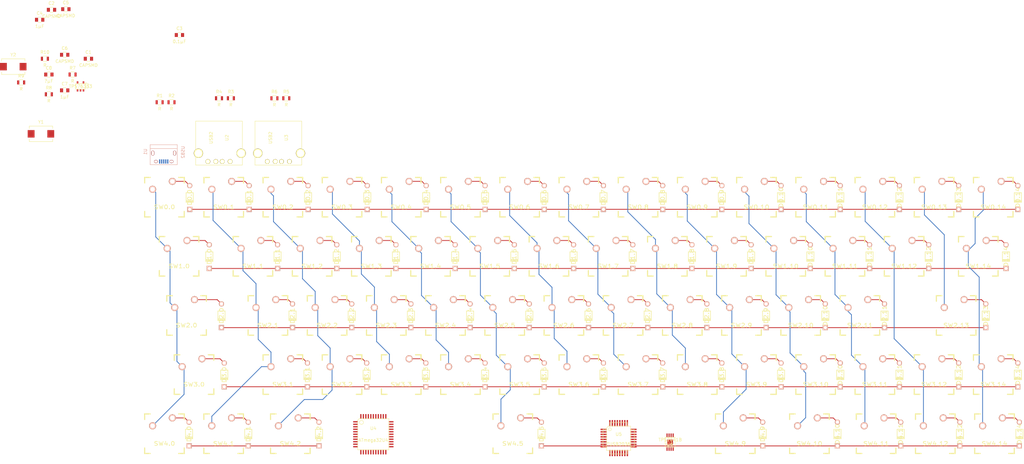
<source format=kicad_pcb>
(kicad_pcb (version 4) (host pcbnew "(2014-jul-16 BZR unknown)-stormbard")
  (layers (0 F.Cu signal) (31 B.Cu signal) (34 B.Paste user) (35 F.Paste user) (36 B.SilkS user) (37 F.SilkS user) (38 B.Mask user) (39 F.Mask user) (44 Edge.Cuts user))
  (net 0 "")
  (net 1 /DM2)
  (net 2 /DM3)
  (net 3 /DP2)
  (net 4 /DP3)
  (net 5 /KBDM)
  (net 6 /KBDP)
  (net 7 /VBUS)
  (net 8 /col0)
  (net 9 /col1)
  (net 10 /col10)
  (net 11 /col11)
  (net 12 /col12)
  (net 13 /col13)
  (net 14 /col14)
  (net 15 /col2)
  (net 16 /col3)
  (net 17 /col4)
  (net 18 /col5)
  (net 19 /col6)
  (net 20 /col7)
  (net 21 /col8)
  (net 22 /col9)
  (net 23 /row0)
  (net 24 /row1)
  (net 25 /row2)
  (net 26 /row3)
  (net 27 /row4)
  (net 28 GND)
  (net 29 "Net-(D0.0-Pad1)")
  (net 30 "Net-(D0.1-Pad1)")
  (net 31 "Net-(D0.10-Pad1)")
  (net 32 "Net-(D0.11-Pad1)")
  (net 33 "Net-(D0.12-Pad1)")
  (net 34 "Net-(D0.13-Pad1)")
  (net 35 "Net-(D0.14-Pad1)")
  (net 36 "Net-(D0.2-Pad1)")
  (net 37 "Net-(D0.3-Pad1)")
  (net 38 "Net-(D0.4-Pad1)")
  (net 39 "Net-(D0.5-Pad1)")
  (net 40 "Net-(D0.6-Pad1)")
  (net 41 "Net-(D0.7-Pad1)")
  (net 42 "Net-(D0.8-Pad1)")
  (net 43 "Net-(D0.9-Pad1)")
  (net 44 "Net-(D1.0-Pad1)")
  (net 45 "Net-(D1.1-Pad1)")
  (net 46 "Net-(D1.10-Pad1)")
  (net 47 "Net-(D1.11-Pad1)")
  (net 48 "Net-(D1.12-Pad1)")
  (net 49 "Net-(D1.14-Pad1)")
  (net 50 "Net-(D1.2-Pad1)")
  (net 51 "Net-(D1.3-Pad1)")
  (net 52 "Net-(D1.4-Pad1)")
  (net 53 "Net-(D1.5-Pad1)")
  (net 54 "Net-(D1.6-Pad1)")
  (net 55 "Net-(D1.7-Pad1)")
  (net 56 "Net-(D1.8-Pad1)")
  (net 57 "Net-(D1.9-Pad1)")
  (net 58 "Net-(D2.0-Pad1)")
  (net 59 "Net-(D2.1-Pad1)")
  (net 60 "Net-(D2.10-Pad1)")
  (net 61 "Net-(D2.11-Pad1)")
  (net 62 "Net-(D2.13-Pad1)")
  (net 63 "Net-(D2.2-Pad1)")
  (net 64 "Net-(D2.3-Pad1)")
  (net 65 "Net-(D2.4-Pad1)")
  (net 66 "Net-(D2.5-Pad1)")
  (net 67 "Net-(D2.6-Pad1)")
  (net 68 "Net-(D2.7-Pad1)")
  (net 69 "Net-(D2.8-Pad1)")
  (net 70 "Net-(D2.9-Pad1)")
  (net 71 "Net-(D3.0-Pad1)")
  (net 72 "Net-(D3.1-Pad1)")
  (net 73 "Net-(D3.10-Pad1)")
  (net 74 "Net-(D3.11-Pad1)")
  (net 75 "Net-(D3.12-Pad1)")
  (net 76 "Net-(D3.14-Pad1)")
  (net 77 "Net-(D3.2-Pad1)")
  (net 78 "Net-(D3.3-Pad1)")
  (net 79 "Net-(D3.4-Pad1)")
  (net 80 "Net-(D3.5-Pad1)")
  (net 81 "Net-(D3.6-Pad1)")
  (net 82 "Net-(D3.7-Pad1)")
  (net 83 "Net-(D3.8-Pad1)")
  (net 84 "Net-(D3.9-Pad1)")
  (net 85 "Net-(D4.0-Pad1)")
  (net 86 "Net-(D4.1-Pad1)")
  (net 87 "Net-(D4.10-Pad1)")
  (net 88 "Net-(D4.11-Pad1)")
  (net 89 "Net-(D4.12-Pad1)")
  (net 90 "Net-(D4.14-Pad1)")
  (net 91 "Net-(D4.2-Pad1)")
  (net 92 "Net-(D4.5-Pad1)")
  (net 93 "Net-(D4.9-Pad1)")
  (net 94 "Net-(R1-Pad1)")
  (net 95 "Net-(R1-Pad2)")
  (net 96 "Net-(R2-Pad1)")
  (net 97 "Net-(R2-Pad2)")
  (net 98 "Net-(R3-Pad2)")
  (net 99 "Net-(R4-Pad2)")
  (net 100 "Net-(R5-Pad2)")
  (net 101 "Net-(R6-Pad2)")
  (net 102 +5V)
  (net 103 "Net-(U4-Pad39)")
  (net 104 "Net-(U4-Pad40)")
  (net 105 "Net-(U4-Pad41)")
  (net 106 "Net-(U4-Pad38)")
  (net 107 "Net-(U4-Pad37)")
  (net 108 "Net-(U4-Pad36)")
  (net 109 "Net-(U4-Pad13)")
  (net 110 "Net-(U5-Pad5)")
  (net 111 "Net-(U5-Pad4)")
  (net 112 +3V3)
  (net 113 "Net-(U5-Pad13)")
  (net 114 "Net-(U5-Pad10)")
  (net 115 "Net-(U5-Pad32)")
  (net 116 "Net-(U5-Pad27)")
  (net 117 "Net-(C1-Pad1)")
  (net 118 "Net-(C2-Pad1)")
  (net 119 "Net-(C3-Pad1)")
  (net 120 "Net-(C4-Pad1)")
  (net 121 "Net-(C5-Pad2)")
  (net 122 "Net-(C6-Pad2)")
  (net 123 "Net-(C7-Pad1)")
  (net 124 "Net-(C8-Pad2)")
  (net 125 "Net-(R7-Pad1)")
  (net 126 "Net-(R8-Pad1)")
  (net 127 "Net-(R9-Pad2)")
  (net 128 "Net-(R10-Pad2)")
  (net 129 "Net-(U5-Pad25)")
  (net 130 "Net-(U7-Pad4)")
  (module Keyboard:DIODE (layer F.Cu) (at 45.2 39.5 270)
    (fp_text reference D0.0 (at 0 0 270) (layer F.SilkS) (effects (font (size 1.27 1.524) (thickness 0.2032))))
    (fp_text value DIODE hide)
    (pad 1 thru_hole circle (at -3.81 0 270) (size 1.651 1.651) (drill 0.9906) (layers *.Cu *.SilkS *.Mask) (net 29 "Net-(D0.0-Pad1)"))
    (pad 2 thru_hole rect (at 3.81 0 270) (size 1.651 1.651) (drill 0.9906) (layers *.Cu *.SilkS *.Mask) (net 23 /row0))
  )
  (module Keyboard:DIODE (layer F.Cu) (at 135.2 77.5 270)
    (fp_text reference D2.4 (at 0 0 270) (layer F.SilkS) (effects (font (size 1.27 1.524) (thickness 0.2032))))
    (fp_text value DIODE hide)
    (pad 1 thru_hole circle (at -3.81 0 270) (size 1.651 1.651) (drill 0.9906) (layers *.Cu *.SilkS *.Mask) (net 65 "Net-(D2.4-Pad1)"))
    (pad 2 thru_hole rect (at 3.81 0 270) (size 1.651 1.651) (drill 0.9906) (layers *.Cu *.SilkS *.Mask) (net 25 /row2))
  )
  (module Keyboard:DIODE (layer F.Cu) (at 154.2 77.5 270)
    (fp_text reference D2.5 (at 0 0 270) (layer F.SilkS) (effects (font (size 1.27 1.524) (thickness 0.2032))))
    (fp_text value DIODE hide)
    (pad 1 thru_hole circle (at -3.81 0 270) (size 1.651 1.651) (drill 0.9906) (layers *.Cu *.SilkS *.Mask) (net 66 "Net-(D2.5-Pad1)"))
    (pad 2 thru_hole rect (at 3.81 0 270) (size 1.651 1.651) (drill 0.9906) (layers *.Cu *.SilkS *.Mask) (net 25 /row2))
  )
  (module Keyboard:DIODE (layer F.Cu) (at 173.2 77.5 270)
    (fp_text reference D2.6 (at 0 0 270) (layer F.SilkS) (effects (font (size 1.27 1.524) (thickness 0.2032))))
    (fp_text value DIODE hide)
    (pad 1 thru_hole circle (at -3.81 0 270) (size 1.651 1.651) (drill 0.9906) (layers *.Cu *.SilkS *.Mask) (net 67 "Net-(D2.6-Pad1)"))
    (pad 2 thru_hole rect (at 3.81 0 270) (size 1.651 1.651) (drill 0.9906) (layers *.Cu *.SilkS *.Mask) (net 25 /row2))
  )
  (module Keyboard:DIODE (layer F.Cu) (at 192.2 77.5 270)
    (fp_text reference D2.7 (at 0 0 270) (layer F.SilkS) (effects (font (size 1.27 1.524) (thickness 0.2032))))
    (fp_text value DIODE hide)
    (pad 1 thru_hole circle (at -3.81 0 270) (size 1.651 1.651) (drill 0.9906) (layers *.Cu *.SilkS *.Mask) (net 68 "Net-(D2.7-Pad1)"))
    (pad 2 thru_hole rect (at 3.81 0 270) (size 1.651 1.651) (drill 0.9906) (layers *.Cu *.SilkS *.Mask) (net 25 /row2))
  )
  (module Keyboard:DIODE (layer F.Cu) (at 211.2 77.5 270)
    (fp_text reference D2.8 (at 0 0 270) (layer F.SilkS) (effects (font (size 1.27 1.524) (thickness 0.2032))))
    (fp_text value DIODE hide)
    (pad 1 thru_hole circle (at -3.81 0 270) (size 1.651 1.651) (drill 0.9906) (layers *.Cu *.SilkS *.Mask) (net 69 "Net-(D2.8-Pad1)"))
    (pad 2 thru_hole rect (at 3.81 0 270) (size 1.651 1.651) (drill 0.9906) (layers *.Cu *.SilkS *.Mask) (net 25 /row2))
  )
  (module Keyboard:DIODE (layer F.Cu) (at 230.2 77.5 270)
    (fp_text reference D2.9 (at 0 0 270) (layer F.SilkS) (effects (font (size 1.27 1.524) (thickness 0.2032))))
    (fp_text value DIODE hide)
    (pad 1 thru_hole circle (at -3.81 0 270) (size 1.651 1.651) (drill 0.9906) (layers *.Cu *.SilkS *.Mask) (net 70 "Net-(D2.9-Pad1)"))
    (pad 2 thru_hole rect (at 3.81 0 270) (size 1.651 1.651) (drill 0.9906) (layers *.Cu *.SilkS *.Mask) (net 25 /row2))
  )
  (module Keyboard:DIODE (layer F.Cu) (at 249.2 77.5 270)
    (fp_text reference D2.10 (at 0 0 270) (layer F.SilkS) (effects (font (size 1.27 1.524) (thickness 0.2032))))
    (fp_text value DIODE hide)
    (pad 1 thru_hole circle (at -3.81 0 270) (size 1.651 1.651) (drill 0.9906) (layers *.Cu *.SilkS *.Mask) (net 60 "Net-(D2.10-Pad1)"))
    (pad 2 thru_hole rect (at 3.81 0 270) (size 1.651 1.651) (drill 0.9906) (layers *.Cu *.SilkS *.Mask) (net 25 /row2))
  )
  (module Keyboard:DIODE (layer F.Cu) (at 268.2 77.5 270)
    (fp_text reference D2.11 (at 0 0 270) (layer F.SilkS) (effects (font (size 1.27 1.524) (thickness 0.2032))))
    (fp_text value DIODE hide)
    (pad 1 thru_hole circle (at -3.81 0 270) (size 1.651 1.651) (drill 0.9906) (layers *.Cu *.SilkS *.Mask) (net 61 "Net-(D2.11-Pad1)"))
    (pad 2 thru_hole rect (at 3.81 0 270) (size 1.651 1.651) (drill 0.9906) (layers *.Cu *.SilkS *.Mask) (net 25 /row2))
  )
  (module Keyboard:DIODE (layer F.Cu) (at 300.7 77.5 270)
    (fp_text reference D2.13 (at 0 0 270) (layer F.SilkS) (effects (font (size 1.27 1.524) (thickness 0.2032))))
    (fp_text value DIODE hide)
    (pad 1 thru_hole circle (at -3.81 0 270) (size 1.651 1.651) (drill 0.9906) (layers *.Cu *.SilkS *.Mask) (net 62 "Net-(D2.13-Pad1)"))
    (pad 2 thru_hole rect (at 3.81 0 270) (size 1.651 1.651) (drill 0.9906) (layers *.Cu *.SilkS *.Mask) (net 25 /row2))
  )
  (module Keyboard:DIODE (layer F.Cu) (at 56.3 96.5 270)
    (fp_text reference D3.0 (at 0 0 270) (layer F.SilkS) (effects (font (size 1.27 1.524) (thickness 0.2032))))
    (fp_text value DIODE hide)
    (pad 1 thru_hole circle (at -3.81 0 270) (size 1.651 1.651) (drill 0.9906) (layers *.Cu *.SilkS *.Mask) (net 71 "Net-(D3.0-Pad1)"))
    (pad 2 thru_hole rect (at 3.81 0 270) (size 1.651 1.651) (drill 0.9906) (layers *.Cu *.SilkS *.Mask) (net 26 /row3))
  )
  (module Keyboard:DIODE (layer F.Cu) (at 83 96.5 270)
    (fp_text reference D3.1 (at 0 0 270) (layer F.SilkS) (effects (font (size 1.27 1.524) (thickness 0.2032))))
    (fp_text value DIODE hide)
    (pad 1 thru_hole circle (at -3.81 0 270) (size 1.651 1.651) (drill 0.9906) (layers *.Cu *.SilkS *.Mask) (net 72 "Net-(D3.1-Pad1)"))
    (pad 2 thru_hole rect (at 3.81 0 270) (size 1.651 1.651) (drill 0.9906) (layers *.Cu *.SilkS *.Mask) (net 26 /row3))
  )
  (module Keyboard:DIODE (layer F.Cu) (at 102 96.5 270)
    (fp_text reference D3.2 (at 0 0 270) (layer F.SilkS) (effects (font (size 1.27 1.524) (thickness 0.2032))))
    (fp_text value DIODE hide)
    (pad 1 thru_hole circle (at -3.81 0 270) (size 1.651 1.651) (drill 0.9906) (layers *.Cu *.SilkS *.Mask) (net 77 "Net-(D3.2-Pad1)"))
    (pad 2 thru_hole rect (at 3.81 0 270) (size 1.651 1.651) (drill 0.9906) (layers *.Cu *.SilkS *.Mask) (net 26 /row3))
  )
  (module Keyboard:DIODE (layer F.Cu) (at 121 96.5 270)
    (fp_text reference D3.3 (at 0 0 270) (layer F.SilkS) (effects (font (size 1.27 1.524) (thickness 0.2032))))
    (fp_text value DIODE hide)
    (pad 1 thru_hole circle (at -3.81 0 270) (size 1.651 1.651) (drill 0.9906) (layers *.Cu *.SilkS *.Mask) (net 78 "Net-(D3.3-Pad1)"))
    (pad 2 thru_hole rect (at 3.81 0 270) (size 1.651 1.651) (drill 0.9906) (layers *.Cu *.SilkS *.Mask) (net 26 /row3))
  )
  (module Keyboard:DIODE (layer F.Cu) (at 140 96.5 270)
    (fp_text reference D3.4 (at 0 0 270) (layer F.SilkS) (effects (font (size 1.27 1.524) (thickness 0.2032))))
    (fp_text value DIODE hide)
    (pad 1 thru_hole circle (at -3.81 0 270) (size 1.651 1.651) (drill 0.9906) (layers *.Cu *.SilkS *.Mask) (net 79 "Net-(D3.4-Pad1)"))
    (pad 2 thru_hole rect (at 3.81 0 270) (size 1.651 1.651) (drill 0.9906) (layers *.Cu *.SilkS *.Mask) (net 26 /row3))
  )
  (module Keyboard:DIODE (layer F.Cu) (at 159 96.5 270)
    (fp_text reference D3.5 (at 0 0 270) (layer F.SilkS) (effects (font (size 1.27 1.524) (thickness 0.2032))))
    (fp_text value DIODE hide)
    (pad 1 thru_hole circle (at -3.81 0 270) (size 1.651 1.651) (drill 0.9906) (layers *.Cu *.SilkS *.Mask) (net 80 "Net-(D3.5-Pad1)"))
    (pad 2 thru_hole rect (at 3.81 0 270) (size 1.651 1.651) (drill 0.9906) (layers *.Cu *.SilkS *.Mask) (net 26 /row3))
  )
  (module Keyboard:DIODE (layer F.Cu) (at 178 96.5 270)
    (fp_text reference D3.6 (at 0 0 270) (layer F.SilkS) (effects (font (size 1.27 1.524) (thickness 0.2032))))
    (fp_text value DIODE hide)
    (pad 1 thru_hole circle (at -3.81 0 270) (size 1.651 1.651) (drill 0.9906) (layers *.Cu *.SilkS *.Mask) (net 81 "Net-(D3.6-Pad1)"))
    (pad 2 thru_hole rect (at 3.81 0 270) (size 1.651 1.651) (drill 0.9906) (layers *.Cu *.SilkS *.Mask) (net 26 /row3))
  )
  (module Keyboard:DIODE (layer F.Cu) (at 197 96.5 270)
    (fp_text reference D3.7 (at 0 0 270) (layer F.SilkS) (effects (font (size 1.27 1.524) (thickness 0.2032))))
    (fp_text value DIODE hide)
    (pad 1 thru_hole circle (at -3.81 0 270) (size 1.651 1.651) (drill 0.9906) (layers *.Cu *.SilkS *.Mask) (net 82 "Net-(D3.7-Pad1)"))
    (pad 2 thru_hole rect (at 3.81 0 270) (size 1.651 1.651) (drill 0.9906) (layers *.Cu *.SilkS *.Mask) (net 26 /row3))
  )
  (module Keyboard:DIODE (layer F.Cu) (at 216 96.5 270)
    (fp_text reference D3.8 (at 0 0 270) (layer F.SilkS) (effects (font (size 1.27 1.524) (thickness 0.2032))))
    (fp_text value DIODE hide)
    (pad 1 thru_hole circle (at -3.81 0 270) (size 1.651 1.651) (drill 0.9906) (layers *.Cu *.SilkS *.Mask) (net 83 "Net-(D3.8-Pad1)"))
    (pad 2 thru_hole rect (at 3.81 0 270) (size 1.651 1.651) (drill 0.9906) (layers *.Cu *.SilkS *.Mask) (net 26 /row3))
  )
  (module Keyboard:DIODE (layer F.Cu) (at 235 96.5 270)
    (fp_text reference D3.9 (at 0 0 270) (layer F.SilkS) (effects (font (size 1.27 1.524) (thickness 0.2032))))
    (fp_text value DIODE hide)
    (pad 1 thru_hole circle (at -3.81 0 270) (size 1.651 1.651) (drill 0.9906) (layers *.Cu *.SilkS *.Mask) (net 84 "Net-(D3.9-Pad1)"))
    (pad 2 thru_hole rect (at 3.81 0 270) (size 1.651 1.651) (drill 0.9906) (layers *.Cu *.SilkS *.Mask) (net 26 /row3))
  )
  (module Keyboard:DIODE (layer F.Cu) (at 254 96.5 270)
    (fp_text reference D3.10 (at 0 0 270) (layer F.SilkS) (effects (font (size 1.27 1.524) (thickness 0.2032))))
    (fp_text value DIODE hide)
    (pad 1 thru_hole circle (at -3.81 0 270) (size 1.651 1.651) (drill 0.9906) (layers *.Cu *.SilkS *.Mask) (net 73 "Net-(D3.10-Pad1)"))
    (pad 2 thru_hole rect (at 3.81 0 270) (size 1.651 1.651) (drill 0.9906) (layers *.Cu *.SilkS *.Mask) (net 26 /row3))
  )
  (module Keyboard:DIODE (layer F.Cu) (at 273 96.5 270)
    (fp_text reference D3.11 (at 0 0 270) (layer F.SilkS) (effects (font (size 1.27 1.524) (thickness 0.2032))))
    (fp_text value DIODE hide)
    (pad 1 thru_hole circle (at -3.81 0 270) (size 1.651 1.651) (drill 0.9906) (layers *.Cu *.SilkS *.Mask) (net 74 "Net-(D3.11-Pad1)"))
    (pad 2 thru_hole rect (at 3.81 0 270) (size 1.651 1.651) (drill 0.9906) (layers *.Cu *.SilkS *.Mask) (net 26 /row3))
  )
  (module Keyboard:DIODE (layer F.Cu) (at 292 96.5 270)
    (fp_text reference D3.12 (at 0 0 270) (layer F.SilkS) (effects (font (size 1.27 1.524) (thickness 0.2032))))
    (fp_text value DIODE hide)
    (pad 1 thru_hole circle (at -3.81 0 270) (size 1.651 1.651) (drill 0.9906) (layers *.Cu *.SilkS *.Mask) (net 75 "Net-(D3.12-Pad1)"))
    (pad 2 thru_hole rect (at 3.81 0 270) (size 1.651 1.651) (drill 0.9906) (layers *.Cu *.SilkS *.Mask) (net 26 /row3))
  )
  (module Keyboard:DIODE (layer F.Cu) (at 311 96.5 270)
    (fp_text reference D3.14 (at 0 0 270) (layer F.SilkS) (effects (font (size 1.27 1.524) (thickness 0.2032))))
    (fp_text value DIODE hide)
    (pad 1 thru_hole circle (at -3.81 0 270) (size 1.651 1.651) (drill 0.9906) (layers *.Cu *.SilkS *.Mask) (net 76 "Net-(D3.14-Pad1)"))
    (pad 2 thru_hole rect (at 3.81 0 270) (size 1.651 1.651) (drill 0.9906) (layers *.Cu *.SilkS *.Mask) (net 26 /row3))
  )
  (module Keyboard:DIODE (layer F.Cu) (at 45 115.5 270)
    (fp_text reference D4.0 (at 0 0 270) (layer F.SilkS) (effects (font (size 1.27 1.524) (thickness 0.2032))))
    (fp_text value DIODE hide)
    (pad 1 thru_hole circle (at -3.81 0 270) (size 1.651 1.651) (drill 0.9906) (layers *.Cu *.SilkS *.Mask) (net 85 "Net-(D4.0-Pad1)"))
    (pad 2 thru_hole rect (at 3.81 0 270) (size 1.651 1.651) (drill 0.9906) (layers *.Cu *.SilkS *.Mask) (net 27 /row4))
  )
  (module Keyboard:DIODE (layer F.Cu) (at 64 115.5 270)
    (fp_text reference D4.1 (at 0 0 270) (layer F.SilkS) (effects (font (size 1.27 1.524) (thickness 0.2032))))
    (fp_text value DIODE hide)
    (pad 1 thru_hole circle (at -3.81 0 270) (size 1.651 1.651) (drill 0.9906) (layers *.Cu *.SilkS *.Mask) (net 86 "Net-(D4.1-Pad1)"))
    (pad 2 thru_hole rect (at 3.81 0 270) (size 1.651 1.651) (drill 0.9906) (layers *.Cu *.SilkS *.Mask) (net 27 /row4))
  )
  (module Keyboard:DIODE (layer F.Cu) (at 86.7 115.5 270)
    (fp_text reference D4.2 (at 0 0 270) (layer F.SilkS) (effects (font (size 1.27 1.524) (thickness 0.2032))))
    (fp_text value DIODE hide)
    (pad 1 thru_hole circle (at -3.81 0 270) (size 1.651 1.651) (drill 0.9906) (layers *.Cu *.SilkS *.Mask) (net 91 "Net-(D4.2-Pad1)"))
    (pad 2 thru_hole rect (at 3.81 0 270) (size 1.651 1.651) (drill 0.9906) (layers *.Cu *.SilkS *.Mask) (net 27 /row4))
  )
  (module Keyboard:DIODE (layer F.Cu) (at 158.1 115.5 270)
    (fp_text reference D4.5 (at 0 0 270) (layer F.SilkS) (effects (font (size 1.27 1.524) (thickness 0.2032))))
    (fp_text value DIODE hide)
    (pad 1 thru_hole circle (at -3.81 0 270) (size 1.651 1.651) (drill 0.9906) (layers *.Cu *.SilkS *.Mask) (net 92 "Net-(D4.5-Pad1)"))
    (pad 2 thru_hole rect (at 3.81 0 270) (size 1.651 1.651) (drill 0.9906) (layers *.Cu *.SilkS *.Mask) (net 27 /row4))
  )
  (module Keyboard:DIODE (layer F.Cu) (at 229.1 115.5 270)
    (fp_text reference D4.9 (at 0 0 270) (layer F.SilkS) (effects (font (size 1.27 1.524) (thickness 0.2032))))
    (fp_text value DIODE hide)
    (pad 1 thru_hole circle (at -3.81 0 270) (size 1.651 1.651) (drill 0.9906) (layers *.Cu *.SilkS *.Mask) (net 93 "Net-(D4.9-Pad1)"))
    (pad 2 thru_hole rect (at 3.81 0 270) (size 1.651 1.651) (drill 0.9906) (layers *.Cu *.SilkS *.Mask) (net 27 /row4))
  )
  (module Keyboard:DIODE (layer F.Cu) (at 253.1 115.5 270)
    (fp_text reference D4.10 (at 0 0 270) (layer F.SilkS) (effects (font (size 1.27 1.524) (thickness 0.2032))))
    (fp_text value DIODE hide)
    (pad 1 thru_hole circle (at -3.81 0 270) (size 1.651 1.651) (drill 0.9906) (layers *.Cu *.SilkS *.Mask) (net 87 "Net-(D4.10-Pad1)"))
    (pad 2 thru_hole rect (at 3.81 0 270) (size 1.651 1.651) (drill 0.9906) (layers *.Cu *.SilkS *.Mask) (net 27 /row4))
  )
  (module Keyboard:DIODE (layer F.Cu) (at 273.4 115.5 270)
    (fp_text reference D4.11 (at 0 0 270) (layer F.SilkS) (effects (font (size 1.27 1.524) (thickness 0.2032))))
    (fp_text value DIODE hide)
    (pad 1 thru_hole circle (at -3.81 0 270) (size 1.651 1.651) (drill 0.9906) (layers *.Cu *.SilkS *.Mask) (net 88 "Net-(D4.11-Pad1)"))
    (pad 2 thru_hole rect (at 3.81 0 270) (size 1.651 1.651) (drill 0.9906) (layers *.Cu *.SilkS *.Mask) (net 27 /row4))
  )
  (module Keyboard:DIODE (layer F.Cu) (at 292.4 115.5 270)
    (fp_text reference D4.12 (at 0 0 270) (layer F.SilkS) (effects (font (size 1.27 1.524) (thickness 0.2032))))
    (fp_text value DIODE hide)
    (pad 1 thru_hole circle (at -3.81 0 270) (size 1.651 1.651) (drill 0.9906) (layers *.Cu *.SilkS *.Mask) (net 89 "Net-(D4.12-Pad1)"))
    (pad 2 thru_hole rect (at 3.81 0 270) (size 1.651 1.651) (drill 0.9906) (layers *.Cu *.SilkS *.Mask) (net 27 /row4))
  )
  (module Keyboard:DIODE (layer F.Cu) (at 311.5 115.5 270)
    (fp_text reference D4.14 (at 0 0 270) (layer F.SilkS) (effects (font (size 1.27 1.524) (thickness 0.2032))))
    (fp_text value DIODE hide)
    (pad 1 thru_hole circle (at -3.81 0 270) (size 1.651 1.651) (drill 0.9906) (layers *.Cu *.SilkS *.Mask) (net 90 "Net-(D4.14-Pad1)"))
    (pad 2 thru_hole rect (at 3.81 0 270) (size 1.651 1.651) (drill 0.9906) (layers *.Cu *.SilkS *.Mask) (net 27 /row4))
  )
  (module Keyboard:DIODE (layer F.Cu) (at 64.3 39.5 270)
    (fp_text reference D0.1 (at 0 0 270) (layer F.SilkS) (effects (font (size 1.27 1.524) (thickness 0.2032))))
    (fp_text value DIODE hide)
    (pad 1 thru_hole circle (at -3.81 0 270) (size 1.651 1.651) (drill 0.9906) (layers *.Cu *.SilkS *.Mask) (net 30 "Net-(D0.1-Pad1)"))
    (pad 2 thru_hole rect (at 3.81 0 270) (size 1.651 1.651) (drill 0.9906) (layers *.Cu *.SilkS *.Mask) (net 23 /row0))
  )
  (module Keyboard:DIODE (layer F.Cu) (at 83.2 39.5 270)
    (fp_text reference D0.2 (at 0 0 270) (layer F.SilkS) (effects (font (size 1.27 1.524) (thickness 0.2032))))
    (fp_text value DIODE hide)
    (pad 1 thru_hole circle (at -3.81 0 270) (size 1.651 1.651) (drill 0.9906) (layers *.Cu *.SilkS *.Mask) (net 36 "Net-(D0.2-Pad1)"))
    (pad 2 thru_hole rect (at 3.81 0 270) (size 1.651 1.651) (drill 0.9906) (layers *.Cu *.SilkS *.Mask) (net 23 /row0))
  )
  (module Keyboard:DIODE (layer F.Cu) (at 102.2 39.5 270)
    (fp_text reference D0.3 (at 0 0 270) (layer F.SilkS) (effects (font (size 1.27 1.524) (thickness 0.2032))))
    (fp_text value DIODE hide)
    (pad 1 thru_hole circle (at -3.81 0 270) (size 1.651 1.651) (drill 0.9906) (layers *.Cu *.SilkS *.Mask) (net 37 "Net-(D0.3-Pad1)"))
    (pad 2 thru_hole rect (at 3.81 0 270) (size 1.651 1.651) (drill 0.9906) (layers *.Cu *.SilkS *.Mask) (net 23 /row0))
  )
  (module Keyboard:DIODE (layer F.Cu) (at 121.1 39.5 270)
    (fp_text reference D0.4 (at 0 0 270) (layer F.SilkS) (effects (font (size 1.27 1.524) (thickness 0.2032))))
    (fp_text value DIODE hide)
    (pad 1 thru_hole circle (at -3.81 0 270) (size 1.651 1.651) (drill 0.9906) (layers *.Cu *.SilkS *.Mask) (net 38 "Net-(D0.4-Pad1)"))
    (pad 2 thru_hole rect (at 3.81 0 270) (size 1.651 1.651) (drill 0.9906) (layers *.Cu *.SilkS *.Mask) (net 23 /row0))
  )
  (module Keyboard:DIODE (layer F.Cu) (at 140 39.5 270)
    (fp_text reference D0.5 (at 0 0 270) (layer F.SilkS) (effects (font (size 1.27 1.524) (thickness 0.2032))))
    (fp_text value DIODE hide)
    (pad 1 thru_hole circle (at -3.81 0 270) (size 1.651 1.651) (drill 0.9906) (layers *.Cu *.SilkS *.Mask) (net 39 "Net-(D0.5-Pad1)"))
    (pad 2 thru_hole rect (at 3.81 0 270) (size 1.651 1.651) (drill 0.9906) (layers *.Cu *.SilkS *.Mask) (net 23 /row0))
  )
  (module Keyboard:DIODE (layer F.Cu) (at 159 39.5 270)
    (fp_text reference D0.6 (at 0 0 270) (layer F.SilkS) (effects (font (size 1.27 1.524) (thickness 0.2032))))
    (fp_text value DIODE hide)
    (pad 1 thru_hole circle (at -3.81 0 270) (size 1.651 1.651) (drill 0.9906) (layers *.Cu *.SilkS *.Mask) (net 40 "Net-(D0.6-Pad1)"))
    (pad 2 thru_hole rect (at 3.81 0 270) (size 1.651 1.651) (drill 0.9906) (layers *.Cu *.SilkS *.Mask) (net 23 /row0))
  )
  (module Keyboard:DIODE (layer F.Cu) (at 178 39.5 270)
    (fp_text reference D0.7 (at 0 0 270) (layer F.SilkS) (effects (font (size 1.27 1.524) (thickness 0.2032))))
    (fp_text value DIODE hide)
    (pad 1 thru_hole circle (at -3.81 0 270) (size 1.651 1.651) (drill 0.9906) (layers *.Cu *.SilkS *.Mask) (net 41 "Net-(D0.7-Pad1)"))
    (pad 2 thru_hole rect (at 3.81 0 270) (size 1.651 1.651) (drill 0.9906) (layers *.Cu *.SilkS *.Mask) (net 23 /row0))
  )
  (module Keyboard:DIODE (layer F.Cu) (at 197 39.5 270)
    (fp_text reference D0.8 (at 0 0 270) (layer F.SilkS) (effects (font (size 1.27 1.524) (thickness 0.2032))))
    (fp_text value DIODE hide)
    (pad 1 thru_hole circle (at -3.81 0 270) (size 1.651 1.651) (drill 0.9906) (layers *.Cu *.SilkS *.Mask) (net 42 "Net-(D0.8-Pad1)"))
    (pad 2 thru_hole rect (at 3.81 0 270) (size 1.651 1.651) (drill 0.9906) (layers *.Cu *.SilkS *.Mask) (net 23 /row0))
  )
  (module Keyboard:DIODE (layer F.Cu) (at 216 39.5 270)
    (fp_text reference D0.9 (at 0 0 270) (layer F.SilkS) (effects (font (size 1.27 1.524) (thickness 0.2032))))
    (fp_text value DIODE hide)
    (pad 1 thru_hole circle (at -3.81 0 270) (size 1.651 1.651) (drill 0.9906) (layers *.Cu *.SilkS *.Mask) (net 43 "Net-(D0.9-Pad1)"))
    (pad 2 thru_hole rect (at 3.81 0 270) (size 1.651 1.651) (drill 0.9906) (layers *.Cu *.SilkS *.Mask) (net 23 /row0))
  )
  (module Keyboard:DIODE (layer F.Cu) (at 235 39.5 270)
    (fp_text reference D0.10 (at 0 0 270) (layer F.SilkS) (effects (font (size 1.27 1.524) (thickness 0.2032))))
    (fp_text value DIODE hide)
    (pad 1 thru_hole circle (at -3.81 0 270) (size 1.651 1.651) (drill 0.9906) (layers *.Cu *.SilkS *.Mask) (net 31 "Net-(D0.10-Pad1)"))
    (pad 2 thru_hole rect (at 3.81 0 270) (size 1.651 1.651) (drill 0.9906) (layers *.Cu *.SilkS *.Mask) (net 23 /row0))
  )
  (module Keyboard:DIODE (layer F.Cu) (at 254 39.5 270)
    (fp_text reference D0.11 (at 0 0 270) (layer F.SilkS) (effects (font (size 1.27 1.524) (thickness 0.2032))))
    (fp_text value DIODE hide)
    (pad 1 thru_hole circle (at -3.81 0 270) (size 1.651 1.651) (drill 0.9906) (layers *.Cu *.SilkS *.Mask) (net 32 "Net-(D0.11-Pad1)"))
    (pad 2 thru_hole rect (at 3.81 0 270) (size 1.651 1.651) (drill 0.9906) (layers *.Cu *.SilkS *.Mask) (net 23 /row0))
  )
  (module Keyboard:DIODE (layer F.Cu) (at 273 39.5 270)
    (fp_text reference D0.12 (at 0 0 270) (layer F.SilkS) (effects (font (size 1.27 1.524) (thickness 0.2032))))
    (fp_text value DIODE hide)
    (pad 1 thru_hole circle (at -3.81 0 270) (size 1.651 1.651) (drill 0.9906) (layers *.Cu *.SilkS *.Mask) (net 33 "Net-(D0.12-Pad1)"))
    (pad 2 thru_hole rect (at 3.81 0 270) (size 1.651 1.651) (drill 0.9906) (layers *.Cu *.SilkS *.Mask) (net 23 /row0))
  )
  (module Keyboard:DIODE (layer F.Cu) (at 292 39.5 270)
    (fp_text reference D0.13 (at 0 0 270) (layer F.SilkS) (effects (font (size 1.27 1.524) (thickness 0.2032))))
    (fp_text value DIODE hide)
    (pad 1 thru_hole circle (at -3.81 0 270) (size 1.651 1.651) (drill 0.9906) (layers *.Cu *.SilkS *.Mask) (net 34 "Net-(D0.13-Pad1)"))
    (pad 2 thru_hole rect (at 3.81 0 270) (size 1.651 1.651) (drill 0.9906) (layers *.Cu *.SilkS *.Mask) (net 23 /row0))
  )
  (module Keyboard:DIODE (layer F.Cu) (at 311 39.5 270)
    (fp_text reference D0.14 (at 0 0 270) (layer F.SilkS) (effects (font (size 1.27 1.524) (thickness 0.2032))))
    (fp_text value DIODE hide)
    (pad 1 thru_hole circle (at -3.81 0 270) (size 1.651 1.651) (drill 0.9906) (layers *.Cu *.SilkS *.Mask) (net 35 "Net-(D0.14-Pad1)"))
    (pad 2 thru_hole rect (at 3.81 0 270) (size 1.651 1.651) (drill 0.9906) (layers *.Cu *.SilkS *.Mask) (net 23 /row0))
  )
  (module Keyboard:DIODE (layer F.Cu) (at 51.5 58.5 270)
    (fp_text reference D1.0 (at 0 0 270) (layer F.SilkS) (effects (font (size 1.27 1.524) (thickness 0.2032))))
    (fp_text value DIODE hide)
    (pad 1 thru_hole circle (at -3.81 0 270) (size 1.651 1.651) (drill 0.9906) (layers *.Cu *.SilkS *.Mask) (net 44 "Net-(D1.0-Pad1)"))
    (pad 2 thru_hole rect (at 3.81 0 270) (size 1.651 1.651) (drill 0.9906) (layers *.Cu *.SilkS *.Mask) (net 24 /row1))
  )
  (module Keyboard:DIODE (layer F.Cu) (at 73.4 58.5 270)
    (fp_text reference D1.1 (at 0 0 270) (layer F.SilkS) (effects (font (size 1.27 1.524) (thickness 0.2032))))
    (fp_text value DIODE hide)
    (pad 1 thru_hole circle (at -3.81 0 270) (size 1.651 1.651) (drill 0.9906) (layers *.Cu *.SilkS *.Mask) (net 45 "Net-(D1.1-Pad1)"))
    (pad 2 thru_hole rect (at 3.81 0 270) (size 1.651 1.651) (drill 0.9906) (layers *.Cu *.SilkS *.Mask) (net 24 /row1))
  )
  (module Keyboard:DIODE (layer F.Cu) (at 116.2 77.5 270)
    (fp_text reference D2.3 (at 0 0 270) (layer F.SilkS) (effects (font (size 1.27 1.524) (thickness 0.2032))))
    (fp_text value DIODE hide)
    (pad 1 thru_hole circle (at -3.81 0 270) (size 1.651 1.651) (drill 0.9906) (layers *.Cu *.SilkS *.Mask) (net 64 "Net-(D2.3-Pad1)"))
    (pad 2 thru_hole rect (at 3.81 0 270) (size 1.651 1.651) (drill 0.9906) (layers *.Cu *.SilkS *.Mask) (net 25 /row2))
  )
  (module Keyboard:DIODE (layer F.Cu) (at 97.2 77.5 270)
    (fp_text reference D2.2 (at 0 0 270) (layer F.SilkS) (effects (font (size 1.27 1.524) (thickness 0.2032))))
    (fp_text value DIODE hide)
    (pad 1 thru_hole circle (at -3.81 0 270) (size 1.651 1.651) (drill 0.9906) (layers *.Cu *.SilkS *.Mask) (net 63 "Net-(D2.2-Pad1)"))
    (pad 2 thru_hole rect (at 3.81 0 270) (size 1.651 1.651) (drill 0.9906) (layers *.Cu *.SilkS *.Mask) (net 25 /row2))
  )
  (module Keyboard:DIODE (layer F.Cu) (at 78.2 77.5 270)
    (fp_text reference D2.1 (at 0 0 270) (layer F.SilkS) (effects (font (size 1.27 1.524) (thickness 0.2032))))
    (fp_text value DIODE hide)
    (pad 1 thru_hole circle (at -3.81 0 270) (size 1.651 1.651) (drill 0.9906) (layers *.Cu *.SilkS *.Mask) (net 59 "Net-(D2.1-Pad1)"))
    (pad 2 thru_hole rect (at 3.81 0 270) (size 1.651 1.651) (drill 0.9906) (layers *.Cu *.SilkS *.Mask) (net 25 /row2))
  )
  (module Keyboard:DIODE (layer F.Cu) (at 55.4 77.5 270)
    (fp_text reference D2.0 (at 0 0 270) (layer F.SilkS) (effects (font (size 1.27 1.524) (thickness 0.2032))))
    (fp_text value DIODE hide)
    (pad 1 thru_hole circle (at -3.81 0 270) (size 1.651 1.651) (drill 0.9906) (layers *.Cu *.SilkS *.Mask) (net 58 "Net-(D2.0-Pad1)"))
    (pad 2 thru_hole rect (at 3.81 0 270) (size 1.651 1.651) (drill 0.9906) (layers *.Cu *.SilkS *.Mask) (net 25 /row2))
  )
  (module Keyboard:DIODE (layer F.Cu) (at 307.2 58.5 270)
    (fp_text reference D1.14 (at 0 0 270) (layer F.SilkS) (effects (font (size 1.27 1.524) (thickness 0.2032))))
    (fp_text value DIODE hide)
    (pad 1 thru_hole circle (at -3.81 0 270) (size 1.651 1.651) (drill 0.9906) (layers *.Cu *.SilkS *.Mask) (net 49 "Net-(D1.14-Pad1)"))
    (pad 2 thru_hole rect (at 3.81 0 270) (size 1.651 1.651) (drill 0.9906) (layers *.Cu *.SilkS *.Mask) (net 24 /row1))
  )
  (module Keyboard:DIODE (layer F.Cu) (at 282.4 58.5 270)
    (fp_text reference D1.12 (at 0 0 270) (layer F.SilkS) (effects (font (size 1.27 1.524) (thickness 0.2032))))
    (fp_text value DIODE hide)
    (pad 1 thru_hole circle (at -3.81 0 270) (size 1.651 1.651) (drill 0.9906) (layers *.Cu *.SilkS *.Mask) (net 48 "Net-(D1.12-Pad1)"))
    (pad 2 thru_hole rect (at 3.81 0 270) (size 1.651 1.651) (drill 0.9906) (layers *.Cu *.SilkS *.Mask) (net 24 /row1))
  )
  (module Keyboard:DIODE (layer F.Cu) (at 263.4 58.5 270)
    (fp_text reference D1.11 (at 0 0 270) (layer F.SilkS) (effects (font (size 1.27 1.524) (thickness 0.2032))))
    (fp_text value DIODE hide)
    (pad 1 thru_hole circle (at -3.81 0 270) (size 1.651 1.651) (drill 0.9906) (layers *.Cu *.SilkS *.Mask) (net 47 "Net-(D1.11-Pad1)"))
    (pad 2 thru_hole rect (at 3.81 0 270) (size 1.651 1.651) (drill 0.9906) (layers *.Cu *.SilkS *.Mask) (net 24 /row1))
  )
  (module Keyboard:DIODE (layer F.Cu) (at 244.4 58.5 270)
    (fp_text reference D1.10 (at 0 0 270) (layer F.SilkS) (effects (font (size 1.27 1.524) (thickness 0.2032))))
    (fp_text value DIODE hide)
    (pad 1 thru_hole circle (at -3.81 0 270) (size 1.651 1.651) (drill 0.9906) (layers *.Cu *.SilkS *.Mask) (net 46 "Net-(D1.10-Pad1)"))
    (pad 2 thru_hole rect (at 3.81 0 270) (size 1.651 1.651) (drill 0.9906) (layers *.Cu *.SilkS *.Mask) (net 24 /row1))
  )
  (module Keyboard:DIODE (layer F.Cu) (at 225.4 58.5 270)
    (fp_text reference D1.9 (at 0 0 270) (layer F.SilkS) (effects (font (size 1.27 1.524) (thickness 0.2032))))
    (fp_text value DIODE hide)
    (pad 1 thru_hole circle (at -3.81 0 270) (size 1.651 1.651) (drill 0.9906) (layers *.Cu *.SilkS *.Mask) (net 57 "Net-(D1.9-Pad1)"))
    (pad 2 thru_hole rect (at 3.81 0 270) (size 1.651 1.651) (drill 0.9906) (layers *.Cu *.SilkS *.Mask) (net 24 /row1))
  )
  (module Keyboard:DIODE (layer F.Cu) (at 206.4 58.5 270)
    (fp_text reference D1.8 (at 0 0 270) (layer F.SilkS) (effects (font (size 1.27 1.524) (thickness 0.2032))))
    (fp_text value DIODE hide)
    (pad 1 thru_hole circle (at -3.81 0 270) (size 1.651 1.651) (drill 0.9906) (layers *.Cu *.SilkS *.Mask) (net 56 "Net-(D1.8-Pad1)"))
    (pad 2 thru_hole rect (at 3.81 0 270) (size 1.651 1.651) (drill 0.9906) (layers *.Cu *.SilkS *.Mask) (net 24 /row1))
  )
  (module Keyboard:DIODE (layer F.Cu) (at 187.4 58.5 270)
    (fp_text reference D1.7 (at 0 0 270) (layer F.SilkS) (effects (font (size 1.27 1.524) (thickness 0.2032))))
    (fp_text value DIODE hide)
    (pad 1 thru_hole circle (at -3.81 0 270) (size 1.651 1.651) (drill 0.9906) (layers *.Cu *.SilkS *.Mask) (net 55 "Net-(D1.7-Pad1)"))
    (pad 2 thru_hole rect (at 3.81 0 270) (size 1.651 1.651) (drill 0.9906) (layers *.Cu *.SilkS *.Mask) (net 24 /row1))
  )
  (module Keyboard:DIODE (layer F.Cu) (at 168.4 58.5 270)
    (fp_text reference D1.6 (at 0 0 270) (layer F.SilkS) (effects (font (size 1.27 1.524) (thickness 0.2032))))
    (fp_text value DIODE hide)
    (pad 1 thru_hole circle (at -3.81 0 270) (size 1.651 1.651) (drill 0.9906) (layers *.Cu *.SilkS *.Mask) (net 54 "Net-(D1.6-Pad1)"))
    (pad 2 thru_hole rect (at 3.81 0 270) (size 1.651 1.651) (drill 0.9906) (layers *.Cu *.SilkS *.Mask) (net 24 /row1))
  )
  (module Keyboard:DIODE (layer F.Cu) (at 149.4 58.5 270)
    (fp_text reference D1.5 (at 0 0 270) (layer F.SilkS) (effects (font (size 1.27 1.524) (thickness 0.2032))))
    (fp_text value DIODE hide)
    (pad 1 thru_hole circle (at -3.81 0 270) (size 1.651 1.651) (drill 0.9906) (layers *.Cu *.SilkS *.Mask) (net 53 "Net-(D1.5-Pad1)"))
    (pad 2 thru_hole rect (at 3.81 0 270) (size 1.651 1.651) (drill 0.9906) (layers *.Cu *.SilkS *.Mask) (net 24 /row1))
  )
  (module Keyboard:DIODE (layer F.Cu) (at 130.4 58.5 270)
    (fp_text reference D1.4 (at 0 0 270) (layer F.SilkS) (effects (font (size 1.27 1.524) (thickness 0.2032))))
    (fp_text value DIODE hide)
    (pad 1 thru_hole circle (at -3.81 0 270) (size 1.651 1.651) (drill 0.9906) (layers *.Cu *.SilkS *.Mask) (net 52 "Net-(D1.4-Pad1)"))
    (pad 2 thru_hole rect (at 3.81 0 270) (size 1.651 1.651) (drill 0.9906) (layers *.Cu *.SilkS *.Mask) (net 24 /row1))
  )
  (module Keyboard:DIODE (layer F.Cu) (at 111.4 58.5 270)
    (fp_text reference D1.3 (at 0 0 270) (layer F.SilkS) (effects (font (size 1.27 1.524) (thickness 0.2032))))
    (fp_text value DIODE hide)
    (pad 1 thru_hole circle (at -3.81 0 270) (size 1.651 1.651) (drill 0.9906) (layers *.Cu *.SilkS *.Mask) (net 51 "Net-(D1.3-Pad1)"))
    (pad 2 thru_hole rect (at 3.81 0 270) (size 1.651 1.651) (drill 0.9906) (layers *.Cu *.SilkS *.Mask) (net 24 /row1))
  )
  (module Keyboard:DIODE (layer F.Cu) (at 92.4 58.5 270)
    (fp_text reference D1.2 (at 0 0 270) (layer F.SilkS) (effects (font (size 1.27 1.524) (thickness 0.2032))))
    (fp_text value DIODE hide)
    (pad 1 thru_hole circle (at -3.81 0 270) (size 1.651 1.651) (drill 0.9906) (layers *.Cu *.SilkS *.Mask) (net 50 "Net-(D1.2-Pad1)"))
    (pad 2 thru_hole rect (at 3.81 0 270) (size 1.651 1.651) (drill 0.9906) (layers *.Cu *.SilkS *.Mask) (net 24 /row1))
  )
  (module Connect:USB_A (layer F.Cu) (at 54.61 27.94 90)
    (fp_text reference U2 (at 7.62 2.54 90) (layer F.SilkS))
    (fp_text value USB2 (at 7.62 -2.54 90) (layer F.SilkS))
    (pad 4 thru_hole circle (at 0 -3.556 90) (size 1.50114 1.50114) (drill 1.00076) (layers *.Cu *.Mask F.SilkS) (net 28 GND))
    (pad 3 thru_hole circle (at 0 -1.016 90) (size 1.50114 1.50114) (drill 1.00076) (layers *.Cu *.Mask F.SilkS) (net 3 /DP2))
    (pad 2 thru_hole circle (at 0 1.016 90) (size 1.50114 1.50114) (drill 1.00076) (layers *.Cu *.Mask F.SilkS) (net 1 /DM2))
    (pad 1 thru_hole circle (at 0 3.556 90) (size 1.50114 1.50114) (drill 1.00076) (layers *.Cu *.Mask F.SilkS) (net 7 /VBUS))
    (pad 5 thru_hole circle (at 2.667 -6.604 90) (size 2.99974 2.99974) (drill 2.30124) (layers *.Cu *.Mask F.SilkS))
    (pad 6 thru_hole circle (at 2.667 7.112 90) (size 2.99974 2.99974) (drill 2.30124) (layers *.Cu *.Mask F.SilkS))
  )
  (module Connect:USB_A (layer F.Cu) (at 73.66 27.94 90)
    (fp_text reference U3 (at 7.62 2.54 90) (layer F.SilkS))
    (fp_text value USB2 (at 7.62 -2.54 90) (layer F.SilkS))
    (pad 4 thru_hole circle (at 0 -3.556 90) (size 1.50114 1.50114) (drill 1.00076) (layers *.Cu *.Mask F.SilkS) (net 28 GND))
    (pad 3 thru_hole circle (at 0 -1.016 90) (size 1.50114 1.50114) (drill 1.00076) (layers *.Cu *.Mask F.SilkS) (net 4 /DP3))
    (pad 2 thru_hole circle (at 0 1.016 90) (size 1.50114 1.50114) (drill 1.00076) (layers *.Cu *.Mask F.SilkS) (net 2 /DM3))
    (pad 1 thru_hole circle (at 0 3.556 90) (size 1.50114 1.50114) (drill 1.00076) (layers *.Cu *.Mask F.SilkS) (net 7 /VBUS))
    (pad 5 thru_hole circle (at 2.667 -6.604 90) (size 2.99974 2.99974) (drill 2.30124) (layers *.Cu *.Mask F.SilkS))
    (pad 6 thru_hole circle (at 2.667 7.112 90) (size 2.99974 2.99974) (drill 2.30124) (layers *.Cu *.Mask F.SilkS))
  )
  (module SMD_Packages:TQFP-44 (layer F.Cu) (at 104.14 115.57)
    (fp_text reference U4 (at 0 -1.905) (layer F.SilkS))
    (fp_text value ATmega32U4 (at 0 1.905) (layer F.SilkS))
    (pad 39 smd rect (at 0 -5.715) (size 0.4064 1.524) (layers F.Cu F.Paste F.Mask) (net 103 "Net-(U4-Pad39)"))
    (pad 40 smd rect (at -0.8001 -5.715) (size 0.4064 1.524) (layers F.Cu F.Paste F.Mask) (net 104 "Net-(U4-Pad40)"))
    (pad 41 smd rect (at -1.6002 -5.715) (size 0.4064 1.524) (layers F.Cu F.Paste F.Mask) (net 105 "Net-(U4-Pad41)"))
    (pad 42 smd rect (at -2.4003 -5.715) (size 0.4064 1.524) (layers F.Cu F.Paste F.Mask) (net 119 "Net-(C3-Pad1)"))
    (pad 43 smd rect (at -3.2004 -5.715) (size 0.4064 1.524) (layers F.Cu F.Paste F.Mask) (net 28 GND))
    (pad 44 smd rect (at -4.0005 -5.715) (size 0.4064 1.524) (layers F.Cu F.Paste F.Mask) (net 7 /VBUS))
    (pad 38 smd rect (at 0.8001 -5.715) (size 0.4064 1.524) (layers F.Cu F.Paste F.Mask) (net 106 "Net-(U4-Pad38)"))
    (pad 37 smd rect (at 1.6002 -5.715) (size 0.4064 1.524) (layers F.Cu F.Paste F.Mask) (net 107 "Net-(U4-Pad37)"))
    (pad 36 smd rect (at 2.4003 -5.715) (size 0.4064 1.524) (layers F.Cu F.Paste F.Mask) (net 108 "Net-(U4-Pad36)"))
    (pad 35 smd rect (at 3.2004 -5.715) (size 0.4064 1.524) (layers F.Cu F.Paste F.Mask) (net 28 GND))
    (pad 34 smd rect (at 4.0005 -5.715) (size 0.4064 1.524) (layers F.Cu F.Paste F.Mask) (net 7 /VBUS))
    (pad 17 smd rect (at 0 5.715) (size 0.4064 1.524) (layers F.Cu F.Paste F.Mask) (net 117 "Net-(C1-Pad1)"))
    (pad 16 smd rect (at -0.8001 5.715) (size 0.4064 1.524) (layers F.Cu F.Paste F.Mask) (net 118 "Net-(C2-Pad1)"))
    (pad 15 smd rect (at -1.6002 5.715) (size 0.4064 1.524) (layers F.Cu F.Paste F.Mask) (net 28 GND))
    (pad 14 smd rect (at -2.4003 5.715) (size 0.4064 1.524) (layers F.Cu F.Paste F.Mask) (net 7 /VBUS))
    (pad 13 smd rect (at -3.2004 5.715) (size 0.4064 1.524) (layers F.Cu F.Paste F.Mask) (net 109 "Net-(U4-Pad13)"))
    (pad 12 smd rect (at -4.0005 5.715) (size 0.4064 1.524) (layers F.Cu F.Paste F.Mask) (net 15 /col2))
    (pad 18 smd rect (at 0.8001 5.715) (size 0.4064 1.524) (layers F.Cu F.Paste F.Mask) (net 18 /col5))
    (pad 19 smd rect (at 1.6002 5.715) (size 0.4064 1.524) (layers F.Cu F.Paste F.Mask) (net 19 /col6))
    (pad 20 smd rect (at 2.4003 5.715) (size 0.4064 1.524) (layers F.Cu F.Paste F.Mask) (net 20 /col7))
    (pad 21 smd rect (at 3.2004 5.715) (size 0.4064 1.524) (layers F.Cu F.Paste F.Mask) (net 21 /col8))
    (pad 22 smd rect (at 4.0005 5.715) (size 0.4064 1.524) (layers F.Cu F.Paste F.Mask) (net 10 /col10))
    (pad 6 smd rect (at -5.715 0) (size 1.524 0.4064) (layers F.Cu F.Paste F.Mask) (net 120 "Net-(C4-Pad1)"))
    (pad 28 smd rect (at 5.715 0) (size 1.524 0.4064) (layers F.Cu F.Paste F.Mask) (net 27 /row4))
    (pad 7 smd rect (at -5.715 0.8001) (size 1.524 0.4064) (layers F.Cu F.Paste F.Mask) (net 7 /VBUS))
    (pad 27 smd rect (at 5.715 0.8001) (size 1.524 0.4064) (layers F.Cu F.Paste F.Mask) (net 12 /col12))
    (pad 26 smd rect (at 5.715 1.6002) (size 1.524 0.4064) (layers F.Cu F.Paste F.Mask) (net 11 /col11))
    (pad 8 smd rect (at -5.715 1.6002) (size 1.524 0.4064) (layers F.Cu F.Paste F.Mask) (net 23 /row0))
    (pad 9 smd rect (at -5.715 2.4003) (size 1.524 0.4064) (layers F.Cu F.Paste F.Mask) (net 24 /row1))
    (pad 25 smd rect (at 5.715 2.4003) (size 1.524 0.4064) (layers F.Cu F.Paste F.Mask) (net 22 /col9))
    (pad 24 smd rect (at 5.715 3.2004) (size 1.524 0.4064) (layers F.Cu F.Paste F.Mask) (net 7 /VBUS))
    (pad 10 smd rect (at -5.715 3.2004) (size 1.524 0.4064) (layers F.Cu F.Paste F.Mask) (net 25 /row2))
    (pad 11 smd rect (at -5.715 4.0005) (size 1.524 0.4064) (layers F.Cu F.Paste F.Mask) (net 26 /row3))
    (pad 23 smd rect (at 5.715 4.0005) (size 1.524 0.4064) (layers F.Cu F.Paste F.Mask) (net 28 GND))
    (pad 29 smd rect (at 5.715 -0.8001) (size 1.524 0.4064) (layers F.Cu F.Paste F.Mask) (net 8 /col0))
    (pad 5 smd rect (at -5.715 -0.8001) (size 1.524 0.4064) (layers F.Cu F.Paste F.Mask) (net 28 GND))
    (pad 4 smd rect (at -5.715 -1.6002) (size 1.524 0.4064) (layers F.Cu F.Paste F.Mask) (net 125 "Net-(R7-Pad1)"))
    (pad 30 smd rect (at 5.715 -1.6002) (size 1.524 0.4064) (layers F.Cu F.Paste F.Mask) (net 9 /col1))
    (pad 31 smd rect (at 5.715 -2.4003) (size 1.524 0.4064) (layers F.Cu F.Paste F.Mask) (net 16 /col3))
    (pad 3 smd rect (at -5.715 -2.4003) (size 1.524 0.4064) (layers F.Cu F.Paste F.Mask) (net 126 "Net-(R8-Pad1)"))
    (pad 2 smd rect (at -5.715 -3.2004) (size 1.524 0.4064) (layers F.Cu F.Paste F.Mask) (net 7 /VBUS))
    (pad 32 smd rect (at 5.715 -3.2004) (size 1.524 0.4064) (layers F.Cu F.Paste F.Mask) (net 17 /col4))
    (pad 33 smd rect (at 5.715 -4.0005) (size 1.524 0.4064) (layers F.Cu F.Paste F.Mask) (net 13 /col13))
    (pad 1 smd rect (at -5.715 -4.0005) (size 1.524 0.4064) (layers F.Cu F.Paste F.Mask) (net 14 /col14))
  )
  (module SMD_Packages:TQFP-32 (layer F.Cu) (at 182.88 116.84)
    (fp_text reference U5 (at 0 -1.27) (layer F.SilkS))
    (fp_text value TUSB2036 (at 0 1.905) (layer F.SilkS))
    (pad 8 smd rect (at -4.81584 2.77622) (size 1.99898 0.44958) (layers F.Cu F.Paste F.Mask) (net 123 "Net-(C7-Pad1)"))
    (pad 7 smd rect (at -4.81584 1.97612) (size 1.99898 0.44958) (layers F.Cu F.Paste F.Mask) (net 123 "Net-(C7-Pad1)"))
    (pad 6 smd rect (at -4.81584 1.17602) (size 1.99898 0.44958) (layers F.Cu F.Paste F.Mask) (net 123 "Net-(C7-Pad1)"))
    (pad 5 smd rect (at -4.81584 0.37592) (size 1.99898 0.44958) (layers F.Cu F.Paste F.Mask) (net 110 "Net-(U5-Pad5)"))
    (pad 4 smd rect (at -4.81584 -0.42418) (size 1.99898 0.44958) (layers F.Cu F.Paste F.Mask) (net 111 "Net-(U5-Pad4)"))
    (pad 3 smd rect (at -4.81584 -1.22428) (size 1.99898 0.44958) (layers F.Cu F.Paste F.Mask) (net 129 "Net-(U5-Pad25)"))
    (pad 2 smd rect (at -4.81584 -2.02438) (size 1.99898 0.44958) (layers F.Cu F.Paste F.Mask) (net 94 "Net-(R1-Pad1)"))
    (pad 1 smd rect (at -4.81584 -2.82448) (size 1.99898 0.44958) (layers F.Cu F.Paste F.Mask) (net 96 "Net-(R2-Pad1)"))
    (pad 24 smd rect (at 4.7498 -2.8194) (size 1.99898 0.44958) (layers F.Cu F.Paste F.Mask) (net 28 GND))
    (pad 17 smd rect (at 4.7498 2.794) (size 1.99898 0.44958) (layers F.Cu F.Paste F.Mask) (net 113 "Net-(U5-Pad13)"))
    (pad 18 smd rect (at 4.7498 1.9812) (size 1.99898 0.44958) (layers F.Cu F.Paste F.Mask) (net 114 "Net-(U5-Pad10)"))
    (pad 19 smd rect (at 4.7498 1.1684) (size 1.99898 0.44958) (layers F.Cu F.Paste F.Mask) (net 100 "Net-(R5-Pad2)"))
    (pad 20 smd rect (at 4.7498 0.381) (size 1.99898 0.44958) (layers F.Cu F.Paste F.Mask) (net 101 "Net-(R6-Pad2)"))
    (pad 21 smd rect (at 4.7498 -0.4318) (size 1.99898 0.44958) (layers F.Cu F.Paste F.Mask) (net 123 "Net-(C7-Pad1)"))
    (pad 22 smd rect (at 4.7498 -1.2192) (size 1.99898 0.44958) (layers F.Cu F.Paste F.Mask) (net 28 GND))
    (pad 23 smd rect (at 4.7498 -2.032) (size 1.99898 0.44958) (layers F.Cu F.Paste F.Mask) (net 112 +3V3))
    (pad 32 smd rect (at -2.82448 -4.826) (size 0.44958 1.99898) (layers F.Cu F.Paste F.Mask) (net 115 "Net-(U5-Pad32)"))
    (pad 31 smd rect (at -2.02692 -4.826) (size 0.44958 1.99898) (layers F.Cu F.Paste F.Mask) (net 123 "Net-(C7-Pad1)"))
    (pad 30 smd rect (at -1.22428 -4.826) (size 0.44958 1.99898) (layers F.Cu F.Paste F.Mask) (net 122 "Net-(C6-Pad2)"))
    (pad 29 smd rect (at -0.42672 -4.826) (size 0.44958 1.99898) (layers F.Cu F.Paste F.Mask) (net 121 "Net-(C5-Pad2)"))
    (pad 28 smd rect (at 0.37592 -4.826) (size 0.44958 1.99898) (layers F.Cu F.Paste F.Mask) (net 123 "Net-(C7-Pad1)"))
    (pad 27 smd rect (at 1.17348 -4.826) (size 0.44958 1.99898) (layers F.Cu F.Paste F.Mask) (net 116 "Net-(U5-Pad27)"))
    (pad 26 smd rect (at 1.97612 -4.826) (size 0.44958 1.99898) (layers F.Cu F.Paste F.Mask) (net 129 "Net-(U5-Pad25)"))
    (pad 25 smd rect (at 2.77368 -4.826) (size 0.44958 1.99898) (layers F.Cu F.Paste F.Mask) (net 129 "Net-(U5-Pad25)"))
    (pad 9 smd rect (at -2.8194 4.7752) (size 0.44958 1.99898) (layers F.Cu F.Paste F.Mask) (net 113 "Net-(U5-Pad13)"))
    (pad 10 smd rect (at -2.032 4.7752) (size 0.44958 1.99898) (layers F.Cu F.Paste F.Mask) (net 114 "Net-(U5-Pad10)"))
    (pad 11 smd rect (at -1.2192 4.7752) (size 0.44958 1.99898) (layers F.Cu F.Paste F.Mask) (net 127 "Net-(R9-Pad2)"))
    (pad 12 smd rect (at -0.4318 4.7752) (size 0.44958 1.99898) (layers F.Cu F.Paste F.Mask) (net 128 "Net-(R10-Pad2)"))
    (pad 13 smd rect (at 0.3556 4.7752) (size 0.44958 1.99898) (layers F.Cu F.Paste F.Mask) (net 113 "Net-(U5-Pad13)"))
    (pad 14 smd rect (at 1.1684 4.7752) (size 0.44958 1.99898) (layers F.Cu F.Paste F.Mask) (net 114 "Net-(U5-Pad10)"))
    (pad 15 smd rect (at 1.9812 4.7752) (size 0.44958 1.99898) (layers F.Cu F.Paste F.Mask) (net 98 "Net-(R3-Pad2)"))
    (pad 16 smd rect (at 2.794 4.7752) (size 0.44958 1.99898) (layers F.Cu F.Paste F.Mask) (net 99 "Net-(R4-Pad2)"))
  )
  (module Keyboard:CHERRY_PLATE_100H (layer F.Cu) (at 37.1 39.4)
    (fp_text reference SW0.0 (at 0 3.175) (layer F.SilkS) (effects (font (size 1.27 1.524) (thickness 0.2032))))
    (fp_text value ESC hide)
    (pad 1 thru_hole circle (at 2.54 -5.08) (size 2.286 2.286) (drill 1.4986) (layers *.Cu *.SilkS *.Mask) (net 29 "Net-(D0.0-Pad1)"))
    (pad 2 thru_hole circle (at -3.81 -2.54) (size 2.286 2.286) (drill 1.4986) (layers *.Cu *.SilkS *.Mask) (net 8 /col0))
    (pad HOLE np_thru_hole circle (at 0 0) (size 3.9878 3.9878) (drill 3.9878) (layers *.Cu))
    (pad HOLE np_thru_hole circle (at -5.08 0) (size 1.7018 1.7018) (drill 1.7018) (layers *.Cu))
    (pad HOLE np_thru_hole circle (at 5.08 0) (size 1.7018 1.7018) (drill 1.7018) (layers *.Cu))
  )
  (module Keyboard:CHERRY_PLATE_100H (layer F.Cu) (at 56.13 39.41)
    (fp_text reference SW0.1 (at 0 3.175) (layer F.SilkS) (effects (font (size 1.27 1.524) (thickness 0.2032))))
    (fp_text value 1 hide)
    (pad 1 thru_hole circle (at 2.54 -5.08) (size 2.286 2.286) (drill 1.4986) (layers *.Cu *.SilkS *.Mask) (net 30 "Net-(D0.1-Pad1)"))
    (pad 2 thru_hole circle (at -3.81 -2.54) (size 2.286 2.286) (drill 1.4986) (layers *.Cu *.SilkS *.Mask) (net 9 /col1))
    (pad HOLE np_thru_hole circle (at 0 0) (size 3.9878 3.9878) (drill 3.9878) (layers *.Cu))
    (pad HOLE np_thru_hole circle (at -5.08 0) (size 1.7018 1.7018) (drill 1.7018) (layers *.Cu))
    (pad HOLE np_thru_hole circle (at 5.08 0) (size 1.7018 1.7018) (drill 1.7018) (layers *.Cu))
  )
  (module Keyboard:CHERRY_PLATE_100H (layer F.Cu) (at 75.1 39.4)
    (fp_text reference SW0.2 (at 0 3.175) (layer F.SilkS) (effects (font (size 1.27 1.524) (thickness 0.2032))))
    (fp_text value 2 hide)
    (pad 1 thru_hole circle (at 2.54 -5.08) (size 2.286 2.286) (drill 1.4986) (layers *.Cu *.SilkS *.Mask) (net 36 "Net-(D0.2-Pad1)"))
    (pad 2 thru_hole circle (at -3.81 -2.54) (size 2.286 2.286) (drill 1.4986) (layers *.Cu *.SilkS *.Mask) (net 15 /col2))
    (pad HOLE np_thru_hole circle (at 0 0) (size 3.9878 3.9878) (drill 3.9878) (layers *.Cu))
    (pad HOLE np_thru_hole circle (at -5.08 0) (size 1.7018 1.7018) (drill 1.7018) (layers *.Cu))
    (pad HOLE np_thru_hole circle (at 5.08 0) (size 1.7018 1.7018) (drill 1.7018) (layers *.Cu))
  )
  (module Keyboard:CHERRY_PLATE_100H (layer F.Cu) (at 94.1 39.4)
    (fp_text reference SW0.3 (at 0 3.175) (layer F.SilkS) (effects (font (size 1.27 1.524) (thickness 0.2032))))
    (fp_text value 3 hide)
    (pad 1 thru_hole circle (at 2.54 -5.08) (size 2.286 2.286) (drill 1.4986) (layers *.Cu *.SilkS *.Mask) (net 37 "Net-(D0.3-Pad1)"))
    (pad 2 thru_hole circle (at -3.81 -2.54) (size 2.286 2.286) (drill 1.4986) (layers *.Cu *.SilkS *.Mask) (net 16 /col3))
    (pad HOLE np_thru_hole circle (at 0 0) (size 3.9878 3.9878) (drill 3.9878) (layers *.Cu))
    (pad HOLE np_thru_hole circle (at -5.08 0) (size 1.7018 1.7018) (drill 1.7018) (layers *.Cu))
    (pad HOLE np_thru_hole circle (at 5.08 0) (size 1.7018 1.7018) (drill 1.7018) (layers *.Cu))
  )
  (module Keyboard:CHERRY_PLATE_100H (layer F.Cu) (at 113.1 39.4)
    (fp_text reference SW0.4 (at 0 3.175) (layer F.SilkS) (effects (font (size 1.27 1.524) (thickness 0.2032))))
    (fp_text value 4 hide)
    (pad 1 thru_hole circle (at 2.54 -5.08) (size 2.286 2.286) (drill 1.4986) (layers *.Cu *.SilkS *.Mask) (net 38 "Net-(D0.4-Pad1)"))
    (pad 2 thru_hole circle (at -3.81 -2.54) (size 2.286 2.286) (drill 1.4986) (layers *.Cu *.SilkS *.Mask) (net 17 /col4))
    (pad HOLE np_thru_hole circle (at 0 0) (size 3.9878 3.9878) (drill 3.9878) (layers *.Cu))
    (pad HOLE np_thru_hole circle (at -5.08 0) (size 1.7018 1.7018) (drill 1.7018) (layers *.Cu))
    (pad HOLE np_thru_hole circle (at 5.08 0) (size 1.7018 1.7018) (drill 1.7018) (layers *.Cu))
  )
  (module Keyboard:CHERRY_PLATE_100H (layer F.Cu) (at 132.1 39.4)
    (fp_text reference SW0.5 (at 0 3.175) (layer F.SilkS) (effects (font (size 1.27 1.524) (thickness 0.2032))))
    (fp_text value 5 hide)
    (pad 1 thru_hole circle (at 2.54 -5.08) (size 2.286 2.286) (drill 1.4986) (layers *.Cu *.SilkS *.Mask) (net 39 "Net-(D0.5-Pad1)"))
    (pad 2 thru_hole circle (at -3.81 -2.54) (size 2.286 2.286) (drill 1.4986) (layers *.Cu *.SilkS *.Mask) (net 18 /col5))
    (pad HOLE np_thru_hole circle (at 0 0) (size 3.9878 3.9878) (drill 3.9878) (layers *.Cu))
    (pad HOLE np_thru_hole circle (at -5.08 0) (size 1.7018 1.7018) (drill 1.7018) (layers *.Cu))
    (pad HOLE np_thru_hole circle (at 5.08 0) (size 1.7018 1.7018) (drill 1.7018) (layers *.Cu))
  )
  (module Keyboard:CHERRY_PLATE_100H (layer F.Cu) (at 151.1 39.4)
    (fp_text reference SW0.6 (at 0 3.175) (layer F.SilkS) (effects (font (size 1.27 1.524) (thickness 0.2032))))
    (fp_text value 6 hide)
    (pad 1 thru_hole circle (at 2.54 -5.08) (size 2.286 2.286) (drill 1.4986) (layers *.Cu *.SilkS *.Mask) (net 40 "Net-(D0.6-Pad1)"))
    (pad 2 thru_hole circle (at -3.81 -2.54) (size 2.286 2.286) (drill 1.4986) (layers *.Cu *.SilkS *.Mask) (net 19 /col6))
    (pad HOLE np_thru_hole circle (at 0 0) (size 3.9878 3.9878) (drill 3.9878) (layers *.Cu))
    (pad HOLE np_thru_hole circle (at -5.08 0) (size 1.7018 1.7018) (drill 1.7018) (layers *.Cu))
    (pad HOLE np_thru_hole circle (at 5.08 0) (size 1.7018 1.7018) (drill 1.7018) (layers *.Cu))
  )
  (module Keyboard:CHERRY_PLATE_100H (layer F.Cu) (at 170.1 39.4)
    (fp_text reference SW0.7 (at 0 3.175) (layer F.SilkS) (effects (font (size 1.27 1.524) (thickness 0.2032))))
    (fp_text value 7 hide)
    (pad 1 thru_hole circle (at 2.54 -5.08) (size 2.286 2.286) (drill 1.4986) (layers *.Cu *.SilkS *.Mask) (net 41 "Net-(D0.7-Pad1)"))
    (pad 2 thru_hole circle (at -3.81 -2.54) (size 2.286 2.286) (drill 1.4986) (layers *.Cu *.SilkS *.Mask) (net 20 /col7))
    (pad HOLE np_thru_hole circle (at 0 0) (size 3.9878 3.9878) (drill 3.9878) (layers *.Cu))
    (pad HOLE np_thru_hole circle (at -5.08 0) (size 1.7018 1.7018) (drill 1.7018) (layers *.Cu))
    (pad HOLE np_thru_hole circle (at 5.08 0) (size 1.7018 1.7018) (drill 1.7018) (layers *.Cu))
  )
  (module Keyboard:CHERRY_PLATE_100H (layer F.Cu) (at 189.1 39.4)
    (fp_text reference SW0.8 (at 0 3.175) (layer F.SilkS) (effects (font (size 1.27 1.524) (thickness 0.2032))))
    (fp_text value 8 hide)
    (pad 1 thru_hole circle (at 2.54 -5.08) (size 2.286 2.286) (drill 1.4986) (layers *.Cu *.SilkS *.Mask) (net 42 "Net-(D0.8-Pad1)"))
    (pad 2 thru_hole circle (at -3.81 -2.54) (size 2.286 2.286) (drill 1.4986) (layers *.Cu *.SilkS *.Mask) (net 21 /col8))
    (pad HOLE np_thru_hole circle (at 0 0) (size 3.9878 3.9878) (drill 3.9878) (layers *.Cu))
    (pad HOLE np_thru_hole circle (at -5.08 0) (size 1.7018 1.7018) (drill 1.7018) (layers *.Cu))
    (pad HOLE np_thru_hole circle (at 5.08 0) (size 1.7018 1.7018) (drill 1.7018) (layers *.Cu))
  )
  (module Keyboard:CHERRY_PLATE_100H (layer F.Cu) (at 208.1 39.4)
    (fp_text reference SW0.9 (at 0 3.175) (layer F.SilkS) (effects (font (size 1.27 1.524) (thickness 0.2032))))
    (fp_text value 9 hide)
    (pad 1 thru_hole circle (at 2.54 -5.08) (size 2.286 2.286) (drill 1.4986) (layers *.Cu *.SilkS *.Mask) (net 43 "Net-(D0.9-Pad1)"))
    (pad 2 thru_hole circle (at -3.81 -2.54) (size 2.286 2.286) (drill 1.4986) (layers *.Cu *.SilkS *.Mask) (net 22 /col9))
    (pad HOLE np_thru_hole circle (at 0 0) (size 3.9878 3.9878) (drill 3.9878) (layers *.Cu))
    (pad HOLE np_thru_hole circle (at -5.08 0) (size 1.7018 1.7018) (drill 1.7018) (layers *.Cu))
    (pad HOLE np_thru_hole circle (at 5.08 0) (size 1.7018 1.7018) (drill 1.7018) (layers *.Cu))
  )
  (module Keyboard:CHERRY_PLATE_100H (layer F.Cu) (at 227.1 39.4)
    (fp_text reference SW0.10 (at 0 3.175) (layer F.SilkS) (effects (font (size 1.27 1.524) (thickness 0.2032))))
    (fp_text value 0 hide)
    (pad 1 thru_hole circle (at 2.54 -5.08) (size 2.286 2.286) (drill 1.4986) (layers *.Cu *.SilkS *.Mask) (net 31 "Net-(D0.10-Pad1)"))
    (pad 2 thru_hole circle (at -3.81 -2.54) (size 2.286 2.286) (drill 1.4986) (layers *.Cu *.SilkS *.Mask) (net 10 /col10))
    (pad HOLE np_thru_hole circle (at 0 0) (size 3.9878 3.9878) (drill 3.9878) (layers *.Cu))
    (pad HOLE np_thru_hole circle (at -5.08 0) (size 1.7018 1.7018) (drill 1.7018) (layers *.Cu))
    (pad HOLE np_thru_hole circle (at 5.08 0) (size 1.7018 1.7018) (drill 1.7018) (layers *.Cu))
  )
  (module Keyboard:CHERRY_PLATE_100H (layer F.Cu) (at 246.1 39.4)
    (fp_text reference SW0.11 (at 0 3.175) (layer F.SilkS) (effects (font (size 1.27 1.524) (thickness 0.2032))))
    (fp_text value -_ hide)
    (pad 1 thru_hole circle (at 2.54 -5.08) (size 2.286 2.286) (drill 1.4986) (layers *.Cu *.SilkS *.Mask) (net 32 "Net-(D0.11-Pad1)"))
    (pad 2 thru_hole circle (at -3.81 -2.54) (size 2.286 2.286) (drill 1.4986) (layers *.Cu *.SilkS *.Mask) (net 11 /col11))
    (pad HOLE np_thru_hole circle (at 0 0) (size 3.9878 3.9878) (drill 3.9878) (layers *.Cu))
    (pad HOLE np_thru_hole circle (at -5.08 0) (size 1.7018 1.7018) (drill 1.7018) (layers *.Cu))
    (pad HOLE np_thru_hole circle (at 5.08 0) (size 1.7018 1.7018) (drill 1.7018) (layers *.Cu))
  )
  (module Keyboard:CHERRY_PLATE_100H (layer F.Cu) (at 265.1 39.4)
    (fp_text reference SW0.12 (at 0 3.175) (layer F.SilkS) (effects (font (size 1.27 1.524) (thickness 0.2032))))
    (fp_text value =+ hide)
    (pad 1 thru_hole circle (at 2.54 -5.08) (size 2.286 2.286) (drill 1.4986) (layers *.Cu *.SilkS *.Mask) (net 33 "Net-(D0.12-Pad1)"))
    (pad 2 thru_hole circle (at -3.81 -2.54) (size 2.286 2.286) (drill 1.4986) (layers *.Cu *.SilkS *.Mask) (net 12 /col12))
    (pad HOLE np_thru_hole circle (at 0 0) (size 3.9878 3.9878) (drill 3.9878) (layers *.Cu))
    (pad HOLE np_thru_hole circle (at -5.08 0) (size 1.7018 1.7018) (drill 1.7018) (layers *.Cu))
    (pad HOLE np_thru_hole circle (at 5.08 0) (size 1.7018 1.7018) (drill 1.7018) (layers *.Cu))
  )
  (module Keyboard:CHERRY_PLATE_100H (layer F.Cu) (at 284.1 39.4)
    (fp_text reference SW0.13 (at 0 3.175) (layer F.SilkS) (effects (font (size 1.27 1.524) (thickness 0.2032))))
    (fp_text value \| hide)
    (pad 1 thru_hole circle (at 2.54 -5.08) (size 2.286 2.286) (drill 1.4986) (layers *.Cu *.SilkS *.Mask) (net 34 "Net-(D0.13-Pad1)"))
    (pad 2 thru_hole circle (at -3.81 -2.54) (size 2.286 2.286) (drill 1.4986) (layers *.Cu *.SilkS *.Mask) (net 13 /col13))
    (pad HOLE np_thru_hole circle (at 0 0) (size 3.9878 3.9878) (drill 3.9878) (layers *.Cu))
    (pad HOLE np_thru_hole circle (at -5.08 0) (size 1.7018 1.7018) (drill 1.7018) (layers *.Cu))
    (pad HOLE np_thru_hole circle (at 5.08 0) (size 1.7018 1.7018) (drill 1.7018) (layers *.Cu))
  )
  (module Keyboard:CHERRY_PLATE_100H (layer F.Cu) (at 303.1 39.4)
    (fp_text reference SW0.14 (at 0 3.175) (layer F.SilkS) (effects (font (size 1.27 1.524) (thickness 0.2032))))
    (fp_text value `tilde hide)
    (pad 1 thru_hole circle (at 2.54 -5.08) (size 2.286 2.286) (drill 1.4986) (layers *.Cu *.SilkS *.Mask) (net 35 "Net-(D0.14-Pad1)"))
    (pad 2 thru_hole circle (at -3.81 -2.54) (size 2.286 2.286) (drill 1.4986) (layers *.Cu *.SilkS *.Mask) (net 14 /col14))
    (pad HOLE np_thru_hole circle (at 0 0) (size 3.9878 3.9878) (drill 3.9878) (layers *.Cu))
    (pad HOLE np_thru_hole circle (at -5.08 0) (size 1.7018 1.7018) (drill 1.7018) (layers *.Cu))
    (pad HOLE np_thru_hole circle (at 5.08 0) (size 1.7018 1.7018) (drill 1.7018) (layers *.Cu))
  )
  (module Keyboard:CHERRY_PLATE_150H (layer F.Cu) (at 41.8 58.4)
    (fp_text reference SW1.0 (at 0 3.175) (layer F.SilkS) (effects (font (size 1.27 1.524) (thickness 0.2032))))
    (fp_text value Tab hide)
    (pad 1 thru_hole circle (at 2.54 -5.08) (size 2.286 2.286) (drill 1.4986) (layers *.Cu *.SilkS *.Mask) (net 44 "Net-(D1.0-Pad1)"))
    (pad 2 thru_hole circle (at -3.81 -2.54) (size 2.286 2.286) (drill 1.4986) (layers *.Cu *.SilkS *.Mask) (net 8 /col0))
    (pad HOLE np_thru_hole circle (at 0 0) (size 3.9878 3.9878) (drill 3.9878) (layers *.Cu))
    (pad HOLE np_thru_hole circle (at -5.08 0) (size 1.7018 1.7018) (drill 1.7018) (layers *.Cu))
    (pad HOLE np_thru_hole circle (at 5.08 0) (size 1.7018 1.7018) (drill 1.7018) (layers *.Cu))
  )
  (module Keyboard:CHERRY_PLATE_100H (layer F.Cu) (at 65.5 58.4)
    (fp_text reference SW1.1 (at 0 3.175) (layer F.SilkS) (effects (font (size 1.27 1.524) (thickness 0.2032))))
    (fp_text value Q hide)
    (pad 1 thru_hole circle (at 2.54 -5.08) (size 2.286 2.286) (drill 1.4986) (layers *.Cu *.SilkS *.Mask) (net 45 "Net-(D1.1-Pad1)"))
    (pad 2 thru_hole circle (at -3.81 -2.54) (size 2.286 2.286) (drill 1.4986) (layers *.Cu *.SilkS *.Mask) (net 9 /col1))
    (pad HOLE np_thru_hole circle (at 0 0) (size 3.9878 3.9878) (drill 3.9878) (layers *.Cu))
    (pad HOLE np_thru_hole circle (at -5.08 0) (size 1.7018 1.7018) (drill 1.7018) (layers *.Cu))
    (pad HOLE np_thru_hole circle (at 5.08 0) (size 1.7018 1.7018) (drill 1.7018) (layers *.Cu))
  )
  (module Keyboard:CHERRY_PLATE_100H (layer F.Cu) (at 84.5 58.4)
    (fp_text reference SW1.2 (at 0 3.175) (layer F.SilkS) (effects (font (size 1.27 1.524) (thickness 0.2032))))
    (fp_text value W hide)
    (pad 1 thru_hole circle (at 2.54 -5.08) (size 2.286 2.286) (drill 1.4986) (layers *.Cu *.SilkS *.Mask) (net 50 "Net-(D1.2-Pad1)"))
    (pad 2 thru_hole circle (at -3.81 -2.54) (size 2.286 2.286) (drill 1.4986) (layers *.Cu *.SilkS *.Mask) (net 15 /col2))
    (pad HOLE np_thru_hole circle (at 0 0) (size 3.9878 3.9878) (drill 3.9878) (layers *.Cu))
    (pad HOLE np_thru_hole circle (at -5.08 0) (size 1.7018 1.7018) (drill 1.7018) (layers *.Cu))
    (pad HOLE np_thru_hole circle (at 5.08 0) (size 1.7018 1.7018) (drill 1.7018) (layers *.Cu))
  )
  (module Keyboard:CHERRY_PLATE_100H (layer F.Cu) (at 103.5 58.4)
    (fp_text reference SW1.3 (at 0 3.175) (layer F.SilkS) (effects (font (size 1.27 1.524) (thickness 0.2032))))
    (fp_text value E hide)
    (pad 1 thru_hole circle (at 2.54 -5.08) (size 2.286 2.286) (drill 1.4986) (layers *.Cu *.SilkS *.Mask) (net 51 "Net-(D1.3-Pad1)"))
    (pad 2 thru_hole circle (at -3.81 -2.54) (size 2.286 2.286) (drill 1.4986) (layers *.Cu *.SilkS *.Mask) (net 16 /col3))
    (pad HOLE np_thru_hole circle (at 0 0) (size 3.9878 3.9878) (drill 3.9878) (layers *.Cu))
    (pad HOLE np_thru_hole circle (at -5.08 0) (size 1.7018 1.7018) (drill 1.7018) (layers *.Cu))
    (pad HOLE np_thru_hole circle (at 5.08 0) (size 1.7018 1.7018) (drill 1.7018) (layers *.Cu))
  )
  (module Keyboard:CHERRY_PLATE_100H (layer F.Cu) (at 122.5 58.4)
    (fp_text reference SW1.4 (at 0 3.175) (layer F.SilkS) (effects (font (size 1.27 1.524) (thickness 0.2032))))
    (fp_text value R hide)
    (pad 1 thru_hole circle (at 2.54 -5.08) (size 2.286 2.286) (drill 1.4986) (layers *.Cu *.SilkS *.Mask) (net 52 "Net-(D1.4-Pad1)"))
    (pad 2 thru_hole circle (at -3.81 -2.54) (size 2.286 2.286) (drill 1.4986) (layers *.Cu *.SilkS *.Mask) (net 17 /col4))
    (pad HOLE np_thru_hole circle (at 0 0) (size 3.9878 3.9878) (drill 3.9878) (layers *.Cu))
    (pad HOLE np_thru_hole circle (at -5.08 0) (size 1.7018 1.7018) (drill 1.7018) (layers *.Cu))
    (pad HOLE np_thru_hole circle (at 5.08 0) (size 1.7018 1.7018) (drill 1.7018) (layers *.Cu))
  )
  (module Keyboard:CHERRY_PLATE_100H (layer F.Cu) (at 141.5 58.4)
    (fp_text reference SW1.5 (at 0 3.175) (layer F.SilkS) (effects (font (size 1.27 1.524) (thickness 0.2032))))
    (fp_text value T hide)
    (pad 1 thru_hole circle (at 2.54 -5.08) (size 2.286 2.286) (drill 1.4986) (layers *.Cu *.SilkS *.Mask) (net 53 "Net-(D1.5-Pad1)"))
    (pad 2 thru_hole circle (at -3.81 -2.54) (size 2.286 2.286) (drill 1.4986) (layers *.Cu *.SilkS *.Mask) (net 18 /col5))
    (pad HOLE np_thru_hole circle (at 0 0) (size 3.9878 3.9878) (drill 3.9878) (layers *.Cu))
    (pad HOLE np_thru_hole circle (at -5.08 0) (size 1.7018 1.7018) (drill 1.7018) (layers *.Cu))
    (pad HOLE np_thru_hole circle (at 5.08 0) (size 1.7018 1.7018) (drill 1.7018) (layers *.Cu))
  )
  (module Keyboard:CHERRY_PLATE_100H (layer F.Cu) (at 160.5 58.4)
    (fp_text reference SW1.6 (at 0 3.175) (layer F.SilkS) (effects (font (size 1.27 1.524) (thickness 0.2032))))
    (fp_text value Y hide)
    (pad 1 thru_hole circle (at 2.54 -5.08) (size 2.286 2.286) (drill 1.4986) (layers *.Cu *.SilkS *.Mask) (net 54 "Net-(D1.6-Pad1)"))
    (pad 2 thru_hole circle (at -3.81 -2.54) (size 2.286 2.286) (drill 1.4986) (layers *.Cu *.SilkS *.Mask) (net 19 /col6))
    (pad HOLE np_thru_hole circle (at 0 0) (size 3.9878 3.9878) (drill 3.9878) (layers *.Cu))
    (pad HOLE np_thru_hole circle (at -5.08 0) (size 1.7018 1.7018) (drill 1.7018) (layers *.Cu))
    (pad HOLE np_thru_hole circle (at 5.08 0) (size 1.7018 1.7018) (drill 1.7018) (layers *.Cu))
  )
  (module Keyboard:CHERRY_PLATE_100H (layer F.Cu) (at 179.5 58.4)
    (fp_text reference SW1.7 (at 0 3.175) (layer F.SilkS) (effects (font (size 1.27 1.524) (thickness 0.2032))))
    (fp_text value U hide)
    (pad 1 thru_hole circle (at 2.54 -5.08) (size 2.286 2.286) (drill 1.4986) (layers *.Cu *.SilkS *.Mask) (net 55 "Net-(D1.7-Pad1)"))
    (pad 2 thru_hole circle (at -3.81 -2.54) (size 2.286 2.286) (drill 1.4986) (layers *.Cu *.SilkS *.Mask) (net 20 /col7))
    (pad HOLE np_thru_hole circle (at 0 0) (size 3.9878 3.9878) (drill 3.9878) (layers *.Cu))
    (pad HOLE np_thru_hole circle (at -5.08 0) (size 1.7018 1.7018) (drill 1.7018) (layers *.Cu))
    (pad HOLE np_thru_hole circle (at 5.08 0) (size 1.7018 1.7018) (drill 1.7018) (layers *.Cu))
  )
  (module Keyboard:CHERRY_PLATE_100H (layer F.Cu) (at 198.5 58.4)
    (fp_text reference SW1.8 (at 0 3.175) (layer F.SilkS) (effects (font (size 1.27 1.524) (thickness 0.2032))))
    (fp_text value I hide)
    (pad 1 thru_hole circle (at 2.54 -5.08) (size 2.286 2.286) (drill 1.4986) (layers *.Cu *.SilkS *.Mask) (net 56 "Net-(D1.8-Pad1)"))
    (pad 2 thru_hole circle (at -3.81 -2.54) (size 2.286 2.286) (drill 1.4986) (layers *.Cu *.SilkS *.Mask) (net 21 /col8))
    (pad HOLE np_thru_hole circle (at 0 0) (size 3.9878 3.9878) (drill 3.9878) (layers *.Cu))
    (pad HOLE np_thru_hole circle (at -5.08 0) (size 1.7018 1.7018) (drill 1.7018) (layers *.Cu))
    (pad HOLE np_thru_hole circle (at 5.08 0) (size 1.7018 1.7018) (drill 1.7018) (layers *.Cu))
  )
  (module Keyboard:CHERRY_PLATE_100H (layer F.Cu) (at 217.5 58.4)
    (fp_text reference SW1.9 (at 0 3.175) (layer F.SilkS) (effects (font (size 1.27 1.524) (thickness 0.2032))))
    (fp_text value O hide)
    (pad 1 thru_hole circle (at 2.54 -5.08) (size 2.286 2.286) (drill 1.4986) (layers *.Cu *.SilkS *.Mask) (net 57 "Net-(D1.9-Pad1)"))
    (pad 2 thru_hole circle (at -3.81 -2.54) (size 2.286 2.286) (drill 1.4986) (layers *.Cu *.SilkS *.Mask) (net 22 /col9))
    (pad HOLE np_thru_hole circle (at 0 0) (size 3.9878 3.9878) (drill 3.9878) (layers *.Cu))
    (pad HOLE np_thru_hole circle (at -5.08 0) (size 1.7018 1.7018) (drill 1.7018) (layers *.Cu))
    (pad HOLE np_thru_hole circle (at 5.08 0) (size 1.7018 1.7018) (drill 1.7018) (layers *.Cu))
  )
  (module Keyboard:CHERRY_PLATE_100H (layer F.Cu) (at 236.5 58.4)
    (fp_text reference SW1.10 (at 0 3.175) (layer F.SilkS) (effects (font (size 1.27 1.524) (thickness 0.2032))))
    (fp_text value P hide)
    (pad 1 thru_hole circle (at 2.54 -5.08) (size 2.286 2.286) (drill 1.4986) (layers *.Cu *.SilkS *.Mask) (net 46 "Net-(D1.10-Pad1)"))
    (pad 2 thru_hole circle (at -3.81 -2.54) (size 2.286 2.286) (drill 1.4986) (layers *.Cu *.SilkS *.Mask) (net 10 /col10))
    (pad HOLE np_thru_hole circle (at 0 0) (size 3.9878 3.9878) (drill 3.9878) (layers *.Cu))
    (pad HOLE np_thru_hole circle (at -5.08 0) (size 1.7018 1.7018) (drill 1.7018) (layers *.Cu))
    (pad HOLE np_thru_hole circle (at 5.08 0) (size 1.7018 1.7018) (drill 1.7018) (layers *.Cu))
  )
  (module Keyboard:CHERRY_PLATE_100H (layer F.Cu) (at 255.5 58.4)
    (fp_text reference SW1.11 (at 0 3.175) (layer F.SilkS) (effects (font (size 1.27 1.524) (thickness 0.2032))))
    (fp_text value {{ hide)
    (pad 1 thru_hole circle (at 2.54 -5.08) (size 2.286 2.286) (drill 1.4986) (layers *.Cu *.SilkS *.Mask) (net 47 "Net-(D1.11-Pad1)"))
    (pad 2 thru_hole circle (at -3.81 -2.54) (size 2.286 2.286) (drill 1.4986) (layers *.Cu *.SilkS *.Mask) (net 11 /col11))
    (pad HOLE np_thru_hole circle (at 0 0) (size 3.9878 3.9878) (drill 3.9878) (layers *.Cu))
    (pad HOLE np_thru_hole circle (at -5.08 0) (size 1.7018 1.7018) (drill 1.7018) (layers *.Cu))
    (pad HOLE np_thru_hole circle (at 5.08 0) (size 1.7018 1.7018) (drill 1.7018) (layers *.Cu))
  )
  (module Keyboard:CHERRY_PLATE_100H (layer F.Cu) (at 274.5 58.4)
    (fp_text reference SW1.12 (at 0 3.175) (layer F.SilkS) (effects (font (size 1.27 1.524) (thickness 0.2032))))
    (fp_text value ]} hide)
    (pad 1 thru_hole circle (at 2.54 -5.08) (size 2.286 2.286) (drill 1.4986) (layers *.Cu *.SilkS *.Mask) (net 48 "Net-(D1.12-Pad1)"))
    (pad 2 thru_hole circle (at -3.81 -2.54) (size 2.286 2.286) (drill 1.4986) (layers *.Cu *.SilkS *.Mask) (net 12 /col12))
    (pad HOLE np_thru_hole circle (at 0 0) (size 3.9878 3.9878) (drill 3.9878) (layers *.Cu))
    (pad HOLE np_thru_hole circle (at -5.08 0) (size 1.7018 1.7018) (drill 1.7018) (layers *.Cu))
    (pad HOLE np_thru_hole circle (at 5.08 0) (size 1.7018 1.7018) (drill 1.7018) (layers *.Cu))
  )
  (module Keyboard:CHERRY_PLATE_150H (layer F.Cu) (at 298.3 58.4)
    (fp_text reference SW1.14 (at 0 3.175) (layer F.SilkS) (effects (font (size 1.27 1.524) (thickness 0.2032))))
    (fp_text value Backspace hide)
    (pad 1 thru_hole circle (at 2.54 -5.08) (size 2.286 2.286) (drill 1.4986) (layers *.Cu *.SilkS *.Mask) (net 49 "Net-(D1.14-Pad1)"))
    (pad 2 thru_hole circle (at -3.81 -2.54) (size 2.286 2.286) (drill 1.4986) (layers *.Cu *.SilkS *.Mask) (net 14 /col14))
    (pad HOLE np_thru_hole circle (at 0 0) (size 3.9878 3.9878) (drill 3.9878) (layers *.Cu))
    (pad HOLE np_thru_hole circle (at -5.08 0) (size 1.7018 1.7018) (drill 1.7018) (layers *.Cu))
    (pad HOLE np_thru_hole circle (at 5.08 0) (size 1.7018 1.7018) (drill 1.7018) (layers *.Cu))
  )
  (module Keyboard:CHERRY_PLATE_175H (layer F.Cu) (at 44.2 77.4)
    (fp_text reference SW2.0 (at 0 3.175) (layer F.SilkS) (effects (font (size 1.27 1.524) (thickness 0.2032))))
    (fp_text value Control hide)
    (pad 1 thru_hole circle (at 2.54 -5.08) (size 2.286 2.286) (drill 1.4986) (layers *.Cu *.SilkS *.Mask) (net 58 "Net-(D2.0-Pad1)"))
    (pad 2 thru_hole circle (at -3.81 -2.54) (size 2.286 2.286) (drill 1.4986) (layers *.Cu *.SilkS *.Mask) (net 8 /col0))
    (pad HOLE np_thru_hole circle (at 0 0) (size 3.9878 3.9878) (drill 3.9878) (layers *.Cu))
    (pad HOLE np_thru_hole circle (at -5.08 0) (size 1.7018 1.7018) (drill 1.7018) (layers *.Cu))
    (pad HOLE np_thru_hole circle (at 5.08 0) (size 1.7018 1.7018) (drill 1.7018) (layers *.Cu))
  )
  (module Keyboard:CHERRY_PLATE_100H (layer F.Cu) (at 70.3 77.4)
    (fp_text reference SW2.1 (at 0 3.175) (layer F.SilkS) (effects (font (size 1.27 1.524) (thickness 0.2032))))
    (fp_text value A hide)
    (pad 1 thru_hole circle (at 2.54 -5.08) (size 2.286 2.286) (drill 1.4986) (layers *.Cu *.SilkS *.Mask) (net 59 "Net-(D2.1-Pad1)"))
    (pad 2 thru_hole circle (at -3.81 -2.54) (size 2.286 2.286) (drill 1.4986) (layers *.Cu *.SilkS *.Mask) (net 9 /col1))
    (pad HOLE np_thru_hole circle (at 0 0) (size 3.9878 3.9878) (drill 3.9878) (layers *.Cu))
    (pad HOLE np_thru_hole circle (at -5.08 0) (size 1.7018 1.7018) (drill 1.7018) (layers *.Cu))
    (pad HOLE np_thru_hole circle (at 5.08 0) (size 1.7018 1.7018) (drill 1.7018) (layers *.Cu))
  )
  (module Keyboard:CHERRY_PLATE_100H (layer F.Cu) (at 89.3 77.4)
    (fp_text reference SW2.2 (at 0 3.175) (layer F.SilkS) (effects (font (size 1.27 1.524) (thickness 0.2032))))
    (fp_text value S hide)
    (pad 1 thru_hole circle (at 2.54 -5.08) (size 2.286 2.286) (drill 1.4986) (layers *.Cu *.SilkS *.Mask) (net 63 "Net-(D2.2-Pad1)"))
    (pad 2 thru_hole circle (at -3.81 -2.54) (size 2.286 2.286) (drill 1.4986) (layers *.Cu *.SilkS *.Mask) (net 15 /col2))
    (pad HOLE np_thru_hole circle (at 0 0) (size 3.9878 3.9878) (drill 3.9878) (layers *.Cu))
    (pad HOLE np_thru_hole circle (at -5.08 0) (size 1.7018 1.7018) (drill 1.7018) (layers *.Cu))
    (pad HOLE np_thru_hole circle (at 5.08 0) (size 1.7018 1.7018) (drill 1.7018) (layers *.Cu))
  )
  (module Keyboard:CHERRY_PLATE_100H (layer F.Cu) (at 108.3 77.4)
    (fp_text reference SW2.3 (at 0 3.175) (layer F.SilkS) (effects (font (size 1.27 1.524) (thickness 0.2032))))
    (fp_text value D hide)
    (pad 1 thru_hole circle (at 2.54 -5.08) (size 2.286 2.286) (drill 1.4986) (layers *.Cu *.SilkS *.Mask) (net 64 "Net-(D2.3-Pad1)"))
    (pad 2 thru_hole circle (at -3.81 -2.54) (size 2.286 2.286) (drill 1.4986) (layers *.Cu *.SilkS *.Mask) (net 16 /col3))
    (pad HOLE np_thru_hole circle (at 0 0) (size 3.9878 3.9878) (drill 3.9878) (layers *.Cu))
    (pad HOLE np_thru_hole circle (at -5.08 0) (size 1.7018 1.7018) (drill 1.7018) (layers *.Cu))
    (pad HOLE np_thru_hole circle (at 5.08 0) (size 1.7018 1.7018) (drill 1.7018) (layers *.Cu))
  )
  (module Keyboard:CHERRY_PLATE_100H (layer F.Cu) (at 127.3 77.4)
    (fp_text reference SW2.4 (at 0 3.175) (layer F.SilkS) (effects (font (size 1.27 1.524) (thickness 0.2032))))
    (fp_text value F hide)
    (pad 1 thru_hole circle (at 2.54 -5.08) (size 2.286 2.286) (drill 1.4986) (layers *.Cu *.SilkS *.Mask) (net 65 "Net-(D2.4-Pad1)"))
    (pad 2 thru_hole circle (at -3.81 -2.54) (size 2.286 2.286) (drill 1.4986) (layers *.Cu *.SilkS *.Mask) (net 17 /col4))
    (pad HOLE np_thru_hole circle (at 0 0) (size 3.9878 3.9878) (drill 3.9878) (layers *.Cu))
    (pad HOLE np_thru_hole circle (at -5.08 0) (size 1.7018 1.7018) (drill 1.7018) (layers *.Cu))
    (pad HOLE np_thru_hole circle (at 5.08 0) (size 1.7018 1.7018) (drill 1.7018) (layers *.Cu))
  )
  (module Keyboard:CHERRY_PLATE_100H (layer F.Cu) (at 146.3 77.4)
    (fp_text reference SW2.5 (at 0 3.175) (layer F.SilkS) (effects (font (size 1.27 1.524) (thickness 0.2032))))
    (fp_text value G hide)
    (pad 1 thru_hole circle (at 2.54 -5.08) (size 2.286 2.286) (drill 1.4986) (layers *.Cu *.SilkS *.Mask) (net 66 "Net-(D2.5-Pad1)"))
    (pad 2 thru_hole circle (at -3.81 -2.54) (size 2.286 2.286) (drill 1.4986) (layers *.Cu *.SilkS *.Mask) (net 18 /col5))
    (pad HOLE np_thru_hole circle (at 0 0) (size 3.9878 3.9878) (drill 3.9878) (layers *.Cu))
    (pad HOLE np_thru_hole circle (at -5.08 0) (size 1.7018 1.7018) (drill 1.7018) (layers *.Cu))
    (pad HOLE np_thru_hole circle (at 5.08 0) (size 1.7018 1.7018) (drill 1.7018) (layers *.Cu))
  )
  (module Keyboard:CHERRY_PLATE_100H (layer F.Cu) (at 165.3 77.4)
    (fp_text reference SW2.6 (at 0 3.175) (layer F.SilkS) (effects (font (size 1.27 1.524) (thickness 0.2032))))
    (fp_text value H hide)
    (pad 1 thru_hole circle (at 2.54 -5.08) (size 2.286 2.286) (drill 1.4986) (layers *.Cu *.SilkS *.Mask) (net 67 "Net-(D2.6-Pad1)"))
    (pad 2 thru_hole circle (at -3.81 -2.54) (size 2.286 2.286) (drill 1.4986) (layers *.Cu *.SilkS *.Mask) (net 19 /col6))
    (pad HOLE np_thru_hole circle (at 0 0) (size 3.9878 3.9878) (drill 3.9878) (layers *.Cu))
    (pad HOLE np_thru_hole circle (at -5.08 0) (size 1.7018 1.7018) (drill 1.7018) (layers *.Cu))
    (pad HOLE np_thru_hole circle (at 5.08 0) (size 1.7018 1.7018) (drill 1.7018) (layers *.Cu))
  )
  (module Keyboard:CHERRY_PLATE_100H (layer F.Cu) (at 184.3 77.4)
    (fp_text reference SW2.7 (at 0 3.175) (layer F.SilkS) (effects (font (size 1.27 1.524) (thickness 0.2032))))
    (fp_text value J hide)
    (pad 1 thru_hole circle (at 2.54 -5.08) (size 2.286 2.286) (drill 1.4986) (layers *.Cu *.SilkS *.Mask) (net 68 "Net-(D2.7-Pad1)"))
    (pad 2 thru_hole circle (at -3.81 -2.54) (size 2.286 2.286) (drill 1.4986) (layers *.Cu *.SilkS *.Mask) (net 20 /col7))
    (pad HOLE np_thru_hole circle (at 0 0) (size 3.9878 3.9878) (drill 3.9878) (layers *.Cu))
    (pad HOLE np_thru_hole circle (at -5.08 0) (size 1.7018 1.7018) (drill 1.7018) (layers *.Cu))
    (pad HOLE np_thru_hole circle (at 5.08 0) (size 1.7018 1.7018) (drill 1.7018) (layers *.Cu))
  )
  (module Keyboard:CHERRY_PLATE_100H (layer F.Cu) (at 203.3 77.4)
    (fp_text reference SW2.8 (at 0 3.175) (layer F.SilkS) (effects (font (size 1.27 1.524) (thickness 0.2032))))
    (fp_text value K hide)
    (pad 1 thru_hole circle (at 2.54 -5.08) (size 2.286 2.286) (drill 1.4986) (layers *.Cu *.SilkS *.Mask) (net 69 "Net-(D2.8-Pad1)"))
    (pad 2 thru_hole circle (at -3.81 -2.54) (size 2.286 2.286) (drill 1.4986) (layers *.Cu *.SilkS *.Mask) (net 21 /col8))
    (pad HOLE np_thru_hole circle (at 0 0) (size 3.9878 3.9878) (drill 3.9878) (layers *.Cu))
    (pad HOLE np_thru_hole circle (at -5.08 0) (size 1.7018 1.7018) (drill 1.7018) (layers *.Cu))
    (pad HOLE np_thru_hole circle (at 5.08 0) (size 1.7018 1.7018) (drill 1.7018) (layers *.Cu))
  )
  (module Keyboard:CHERRY_PLATE_100H (layer F.Cu) (at 222.3 77.4)
    (fp_text reference SW2.9 (at 0 3.175) (layer F.SilkS) (effects (font (size 1.27 1.524) (thickness 0.2032))))
    (fp_text value L hide)
    (pad 1 thru_hole circle (at 2.54 -5.08) (size 2.286 2.286) (drill 1.4986) (layers *.Cu *.SilkS *.Mask) (net 70 "Net-(D2.9-Pad1)"))
    (pad 2 thru_hole circle (at -3.81 -2.54) (size 2.286 2.286) (drill 1.4986) (layers *.Cu *.SilkS *.Mask) (net 22 /col9))
    (pad HOLE np_thru_hole circle (at 0 0) (size 3.9878 3.9878) (drill 3.9878) (layers *.Cu))
    (pad HOLE np_thru_hole circle (at -5.08 0) (size 1.7018 1.7018) (drill 1.7018) (layers *.Cu))
    (pad HOLE np_thru_hole circle (at 5.08 0) (size 1.7018 1.7018) (drill 1.7018) (layers *.Cu))
  )
  (module Keyboard:CHERRY_PLATE_100H (layer F.Cu) (at 241.3 77.4)
    (fp_text reference SW2.10 (at 0 3.175) (layer F.SilkS) (effects (font (size 1.27 1.524) (thickness 0.2032))))
    (fp_text value ;: hide)
    (pad 1 thru_hole circle (at 2.54 -5.08) (size 2.286 2.286) (drill 1.4986) (layers *.Cu *.SilkS *.Mask) (net 60 "Net-(D2.10-Pad1)"))
    (pad 2 thru_hole circle (at -3.81 -2.54) (size 2.286 2.286) (drill 1.4986) (layers *.Cu *.SilkS *.Mask) (net 10 /col10))
    (pad HOLE np_thru_hole circle (at 0 0) (size 3.9878 3.9878) (drill 3.9878) (layers *.Cu))
    (pad HOLE np_thru_hole circle (at -5.08 0) (size 1.7018 1.7018) (drill 1.7018) (layers *.Cu))
    (pad HOLE np_thru_hole circle (at 5.08 0) (size 1.7018 1.7018) (drill 1.7018) (layers *.Cu))
  )
  (module Keyboard:CHERRY_PLATE_100H (layer F.Cu) (at 260.3 77.4)
    (fp_text reference SW2.11 (at 0 3.175) (layer F.SilkS) (effects (font (size 1.27 1.524) (thickness 0.2032))))
    (fp_text value '" hide)
    (pad 1 thru_hole circle (at 2.54 -5.08) (size 2.286 2.286) (drill 1.4986) (layers *.Cu *.SilkS *.Mask) (net 61 "Net-(D2.11-Pad1)"))
    (pad 2 thru_hole circle (at -3.81 -2.54) (size 2.286 2.286) (drill 1.4986) (layers *.Cu *.SilkS *.Mask) (net 11 /col11))
    (pad HOLE np_thru_hole circle (at 0 0) (size 3.9878 3.9878) (drill 3.9878) (layers *.Cu))
    (pad HOLE np_thru_hole circle (at -5.08 0) (size 1.7018 1.7018) (drill 1.7018) (layers *.Cu))
    (pad HOLE np_thru_hole circle (at 5.08 0) (size 1.7018 1.7018) (drill 1.7018) (layers *.Cu))
  )
  (module Keyboard:CHERRY_PLATE_225H (layer F.Cu) (at 291.2 77.4)
    (fp_text reference SW2.13 (at 0 3.175) (layer F.SilkS) (effects (font (size 1.27 1.524) (thickness 0.2032))))
    (fp_text value Return hide)
    (pad 1 thru_hole circle (at 2.54 -5.08) (size 2.286 2.286) (drill 1.4986) (layers *.Cu *.SilkS *.Mask) (net 62 "Net-(D2.13-Pad1)"))
    (pad 2 thru_hole circle (at -3.81 -2.54) (size 2.286 2.286) (drill 1.4986) (layers *.Cu *.SilkS *.Mask) (net 13 /col13))
    (pad HOLE np_thru_hole circle (at 0 0) (size 3.9878 3.9878) (drill 3.9878) (layers *.Cu))
    (pad HOLE np_thru_hole circle (at -5.08 0) (size 1.7018 1.7018) (drill 1.7018) (layers *.Cu))
    (pad HOLE np_thru_hole circle (at 5.08 0) (size 1.7018 1.7018) (drill 1.7018) (layers *.Cu))
  )
  (module Keyboard:CHERRY_PLATE_200H (layer F.Cu) (at 46.6 96.4)
    (fp_text reference SW3.0 (at 0 3.175) (layer F.SilkS) (effects (font (size 1.27 1.524) (thickness 0.2032))))
    (fp_text value Shift hide)
    (pad 1 thru_hole circle (at 2.54 -5.08) (size 2.286 2.286) (drill 1.4986) (layers *.Cu *.SilkS *.Mask) (net 71 "Net-(D3.0-Pad1)"))
    (pad 2 thru_hole circle (at -3.81 -2.54) (size 2.286 2.286) (drill 1.4986) (layers *.Cu *.SilkS *.Mask) (net 8 /col0))
    (pad HOLE np_thru_hole circle (at 0 0) (size 3.9878 3.9878) (drill 3.9878) (layers *.Cu))
    (pad HOLE np_thru_hole circle (at -5.08 0) (size 1.7018 1.7018) (drill 1.7018) (layers *.Cu))
    (pad HOLE np_thru_hole circle (at 5.08 0) (size 1.7018 1.7018) (drill 1.7018) (layers *.Cu))
  )
  (module Keyboard:CHERRY_PLATE_100H (layer F.Cu) (at 75.1 96.4)
    (fp_text reference SW3.1 (at 0 3.175) (layer F.SilkS) (effects (font (size 1.27 1.524) (thickness 0.2032))))
    (fp_text value Z hide)
    (pad 1 thru_hole circle (at 2.54 -5.08) (size 2.286 2.286) (drill 1.4986) (layers *.Cu *.SilkS *.Mask) (net 72 "Net-(D3.1-Pad1)"))
    (pad 2 thru_hole circle (at -3.81 -2.54) (size 2.286 2.286) (drill 1.4986) (layers *.Cu *.SilkS *.Mask) (net 9 /col1))
    (pad HOLE np_thru_hole circle (at 0 0) (size 3.9878 3.9878) (drill 3.9878) (layers *.Cu))
    (pad HOLE np_thru_hole circle (at -5.08 0) (size 1.7018 1.7018) (drill 1.7018) (layers *.Cu))
    (pad HOLE np_thru_hole circle (at 5.08 0) (size 1.7018 1.7018) (drill 1.7018) (layers *.Cu))
  )
  (module Keyboard:CHERRY_PLATE_100H (layer F.Cu) (at 94.1 96.4)
    (fp_text reference SW3.2 (at 0 3.175) (layer F.SilkS) (effects (font (size 1.27 1.524) (thickness 0.2032))))
    (fp_text value X hide)
    (pad 1 thru_hole circle (at 2.54 -5.08) (size 2.286 2.286) (drill 1.4986) (layers *.Cu *.SilkS *.Mask) (net 77 "Net-(D3.2-Pad1)"))
    (pad 2 thru_hole circle (at -3.81 -2.54) (size 2.286 2.286) (drill 1.4986) (layers *.Cu *.SilkS *.Mask) (net 15 /col2))
    (pad HOLE np_thru_hole circle (at 0 0) (size 3.9878 3.9878) (drill 3.9878) (layers *.Cu))
    (pad HOLE np_thru_hole circle (at -5.08 0) (size 1.7018 1.7018) (drill 1.7018) (layers *.Cu))
    (pad HOLE np_thru_hole circle (at 5.08 0) (size 1.7018 1.7018) (drill 1.7018) (layers *.Cu))
  )
  (module Keyboard:CHERRY_PLATE_100H (layer F.Cu) (at 113.1 96.4)
    (fp_text reference SW3.3 (at 0 3.175) (layer F.SilkS) (effects (font (size 1.27 1.524) (thickness 0.2032))))
    (fp_text value C hide)
    (pad 1 thru_hole circle (at 2.54 -5.08) (size 2.286 2.286) (drill 1.4986) (layers *.Cu *.SilkS *.Mask) (net 78 "Net-(D3.3-Pad1)"))
    (pad 2 thru_hole circle (at -3.81 -2.54) (size 2.286 2.286) (drill 1.4986) (layers *.Cu *.SilkS *.Mask) (net 16 /col3))
    (pad HOLE np_thru_hole circle (at 0 0) (size 3.9878 3.9878) (drill 3.9878) (layers *.Cu))
    (pad HOLE np_thru_hole circle (at -5.08 0) (size 1.7018 1.7018) (drill 1.7018) (layers *.Cu))
    (pad HOLE np_thru_hole circle (at 5.08 0) (size 1.7018 1.7018) (drill 1.7018) (layers *.Cu))
  )
  (module Keyboard:CHERRY_PLATE_100H (layer F.Cu) (at 132.1 96.4)
    (fp_text reference SW3.4 (at 0 3.175) (layer F.SilkS) (effects (font (size 1.27 1.524) (thickness 0.2032))))
    (fp_text value V hide)
    (pad 1 thru_hole circle (at 2.54 -5.08) (size 2.286 2.286) (drill 1.4986) (layers *.Cu *.SilkS *.Mask) (net 79 "Net-(D3.4-Pad1)"))
    (pad 2 thru_hole circle (at -3.81 -2.54) (size 2.286 2.286) (drill 1.4986) (layers *.Cu *.SilkS *.Mask) (net 17 /col4))
    (pad HOLE np_thru_hole circle (at 0 0) (size 3.9878 3.9878) (drill 3.9878) (layers *.Cu))
    (pad HOLE np_thru_hole circle (at -5.08 0) (size 1.7018 1.7018) (drill 1.7018) (layers *.Cu))
    (pad HOLE np_thru_hole circle (at 5.08 0) (size 1.7018 1.7018) (drill 1.7018) (layers *.Cu))
  )
  (module Keyboard:CHERRY_PLATE_100H (layer F.Cu) (at 151.1 96.4)
    (fp_text reference SW3.5 (at 0 3.175) (layer F.SilkS) (effects (font (size 1.27 1.524) (thickness 0.2032))))
    (fp_text value B hide)
    (pad 1 thru_hole circle (at 2.54 -5.08) (size 2.286 2.286) (drill 1.4986) (layers *.Cu *.SilkS *.Mask) (net 80 "Net-(D3.5-Pad1)"))
    (pad 2 thru_hole circle (at -3.81 -2.54) (size 2.286 2.286) (drill 1.4986) (layers *.Cu *.SilkS *.Mask) (net 18 /col5))
    (pad HOLE np_thru_hole circle (at 0 0) (size 3.9878 3.9878) (drill 3.9878) (layers *.Cu))
    (pad HOLE np_thru_hole circle (at -5.08 0) (size 1.7018 1.7018) (drill 1.7018) (layers *.Cu))
    (pad HOLE np_thru_hole circle (at 5.08 0) (size 1.7018 1.7018) (drill 1.7018) (layers *.Cu))
  )
  (module Keyboard:CHERRY_PLATE_100H (layer F.Cu) (at 170.1 96.4)
    (fp_text reference SW3.6 (at 0 3.175) (layer F.SilkS) (effects (font (size 1.27 1.524) (thickness 0.2032))))
    (fp_text value N hide)
    (pad 1 thru_hole circle (at 2.54 -5.08) (size 2.286 2.286) (drill 1.4986) (layers *.Cu *.SilkS *.Mask) (net 81 "Net-(D3.6-Pad1)"))
    (pad 2 thru_hole circle (at -3.81 -2.54) (size 2.286 2.286) (drill 1.4986) (layers *.Cu *.SilkS *.Mask) (net 19 /col6))
    (pad HOLE np_thru_hole circle (at 0 0) (size 3.9878 3.9878) (drill 3.9878) (layers *.Cu))
    (pad HOLE np_thru_hole circle (at -5.08 0) (size 1.7018 1.7018) (drill 1.7018) (layers *.Cu))
    (pad HOLE np_thru_hole circle (at 5.08 0) (size 1.7018 1.7018) (drill 1.7018) (layers *.Cu))
  )
  (module Keyboard:CHERRY_PLATE_100H (layer F.Cu) (at 189.1 96.4)
    (fp_text reference SW3.7 (at 0 3.175) (layer F.SilkS) (effects (font (size 1.27 1.524) (thickness 0.2032))))
    (fp_text value M hide)
    (pad 1 thru_hole circle (at 2.54 -5.08) (size 2.286 2.286) (drill 1.4986) (layers *.Cu *.SilkS *.Mask) (net 82 "Net-(D3.7-Pad1)"))
    (pad 2 thru_hole circle (at -3.81 -2.54) (size 2.286 2.286) (drill 1.4986) (layers *.Cu *.SilkS *.Mask) (net 20 /col7))
    (pad HOLE np_thru_hole circle (at 0 0) (size 3.9878 3.9878) (drill 3.9878) (layers *.Cu))
    (pad HOLE np_thru_hole circle (at -5.08 0) (size 1.7018 1.7018) (drill 1.7018) (layers *.Cu))
    (pad HOLE np_thru_hole circle (at 5.08 0) (size 1.7018 1.7018) (drill 1.7018) (layers *.Cu))
  )
  (module Keyboard:CHERRY_PLATE_100H (layer F.Cu) (at 208.1 96.4)
    (fp_text reference SW3.8 (at 0 3.175) (layer F.SilkS) (effects (font (size 1.27 1.524) (thickness 0.2032))))
    (fp_text value ,< hide)
    (pad 1 thru_hole circle (at 2.54 -5.08) (size 2.286 2.286) (drill 1.4986) (layers *.Cu *.SilkS *.Mask) (net 83 "Net-(D3.8-Pad1)"))
    (pad 2 thru_hole circle (at -3.81 -2.54) (size 2.286 2.286) (drill 1.4986) (layers *.Cu *.SilkS *.Mask) (net 21 /col8))
    (pad HOLE np_thru_hole circle (at 0 0) (size 3.9878 3.9878) (drill 3.9878) (layers *.Cu))
    (pad HOLE np_thru_hole circle (at -5.08 0) (size 1.7018 1.7018) (drill 1.7018) (layers *.Cu))
    (pad HOLE np_thru_hole circle (at 5.08 0) (size 1.7018 1.7018) (drill 1.7018) (layers *.Cu))
  )
  (module Keyboard:CHERRY_PLATE_100H (layer F.Cu) (at 227.1 96.4)
    (fp_text reference SW3.9 (at 0 3.175) (layer F.SilkS) (effects (font (size 1.27 1.524) (thickness 0.2032))))
    (fp_text value .> hide)
    (pad 1 thru_hole circle (at 2.54 -5.08) (size 2.286 2.286) (drill 1.4986) (layers *.Cu *.SilkS *.Mask) (net 84 "Net-(D3.9-Pad1)"))
    (pad 2 thru_hole circle (at -3.81 -2.54) (size 2.286 2.286) (drill 1.4986) (layers *.Cu *.SilkS *.Mask) (net 22 /col9))
    (pad HOLE np_thru_hole circle (at 0 0) (size 3.9878 3.9878) (drill 3.9878) (layers *.Cu))
    (pad HOLE np_thru_hole circle (at -5.08 0) (size 1.7018 1.7018) (drill 1.7018) (layers *.Cu))
    (pad HOLE np_thru_hole circle (at 5.08 0) (size 1.7018 1.7018) (drill 1.7018) (layers *.Cu))
  )
  (module Keyboard:CHERRY_PLATE_100H (layer F.Cu) (at 246.1 96.4)
    (fp_text reference SW3.10 (at 0 3.175) (layer F.SilkS) (effects (font (size 1.27 1.524) (thickness 0.2032))))
    (fp_text value /? hide)
    (pad 1 thru_hole circle (at 2.54 -5.08) (size 2.286 2.286) (drill 1.4986) (layers *.Cu *.SilkS *.Mask) (net 73 "Net-(D3.10-Pad1)"))
    (pad 2 thru_hole circle (at -3.81 -2.54) (size 2.286 2.286) (drill 1.4986) (layers *.Cu *.SilkS *.Mask) (net 10 /col10))
    (pad HOLE np_thru_hole circle (at 0 0) (size 3.9878 3.9878) (drill 3.9878) (layers *.Cu))
    (pad HOLE np_thru_hole circle (at -5.08 0) (size 1.7018 1.7018) (drill 1.7018) (layers *.Cu))
    (pad HOLE np_thru_hole circle (at 5.08 0) (size 1.7018 1.7018) (drill 1.7018) (layers *.Cu))
  )
  (module Keyboard:CHERRY_PLATE_100H (layer F.Cu) (at 265.1 96.4)
    (fp_text reference SW3.11 (at 0 3.175) (layer F.SilkS) (effects (font (size 1.27 1.524) (thickness 0.2032))))
    (fp_text value Shift hide)
    (pad 1 thru_hole circle (at 2.54 -5.08) (size 2.286 2.286) (drill 1.4986) (layers *.Cu *.SilkS *.Mask) (net 74 "Net-(D3.11-Pad1)"))
    (pad 2 thru_hole circle (at -3.81 -2.54) (size 2.286 2.286) (drill 1.4986) (layers *.Cu *.SilkS *.Mask) (net 11 /col11))
    (pad HOLE np_thru_hole circle (at 0 0) (size 3.9878 3.9878) (drill 3.9878) (layers *.Cu))
    (pad HOLE np_thru_hole circle (at -5.08 0) (size 1.7018 1.7018) (drill 1.7018) (layers *.Cu))
    (pad HOLE np_thru_hole circle (at 5.08 0) (size 1.7018 1.7018) (drill 1.7018) (layers *.Cu))
  )
  (module Keyboard:CHERRY_PLATE_100H (layer F.Cu) (at 284.1 96.4)
    (fp_text reference SW3.12 (at 0 3.175) (layer F.SilkS) (effects (font (size 1.27 1.524) (thickness 0.2032))))
    (fp_text value Up hide)
    (pad 1 thru_hole circle (at 2.54 -5.08) (size 2.286 2.286) (drill 1.4986) (layers *.Cu *.SilkS *.Mask) (net 75 "Net-(D3.12-Pad1)"))
    (pad 2 thru_hole circle (at -3.81 -2.54) (size 2.286 2.286) (drill 1.4986) (layers *.Cu *.SilkS *.Mask) (net 12 /col12))
    (pad HOLE np_thru_hole circle (at 0 0) (size 3.9878 3.9878) (drill 3.9878) (layers *.Cu))
    (pad HOLE np_thru_hole circle (at -5.08 0) (size 1.7018 1.7018) (drill 1.7018) (layers *.Cu))
    (pad HOLE np_thru_hole circle (at 5.08 0) (size 1.7018 1.7018) (drill 1.7018) (layers *.Cu))
  )
  (module Keyboard:CHERRY_PLATE_100H (layer F.Cu) (at 303.1 96.4)
    (fp_text reference SW3.14 (at 0 3.175) (layer F.SilkS) (effects (font (size 1.27 1.524) (thickness 0.2032))))
    (fp_text value Fn hide)
    (pad 1 thru_hole circle (at 2.54 -5.08) (size 2.286 2.286) (drill 1.4986) (layers *.Cu *.SilkS *.Mask) (net 76 "Net-(D3.14-Pad1)"))
    (pad 2 thru_hole circle (at -3.81 -2.54) (size 2.286 2.286) (drill 1.4986) (layers *.Cu *.SilkS *.Mask) (net 14 /col14))
    (pad HOLE np_thru_hole circle (at 0 0) (size 3.9878 3.9878) (drill 3.9878) (layers *.Cu))
    (pad HOLE np_thru_hole circle (at -5.08 0) (size 1.7018 1.7018) (drill 1.7018) (layers *.Cu))
    (pad HOLE np_thru_hole circle (at 5.08 0) (size 1.7018 1.7018) (drill 1.7018) (layers *.Cu))
  )
  (module Keyboard:CHERRY_PLATE_100H (layer F.Cu) (at 37.1 115.4)
    (fp_text reference SW4.0 (at 0 3.175) (layer F.SilkS) (effects (font (size 1.27 1.524) (thickness 0.2032))))
    (fp_text value Fn hide)
    (pad 1 thru_hole circle (at 2.54 -5.08) (size 2.286 2.286) (drill 1.4986) (layers *.Cu *.SilkS *.Mask) (net 85 "Net-(D4.0-Pad1)"))
    (pad 2 thru_hole circle (at -3.81 -2.54) (size 2.286 2.286) (drill 1.4986) (layers *.Cu *.SilkS *.Mask) (net 8 /col0))
    (pad HOLE np_thru_hole circle (at 0 0) (size 3.9878 3.9878) (drill 3.9878) (layers *.Cu))
    (pad HOLE np_thru_hole circle (at -5.08 0) (size 1.7018 1.7018) (drill 1.7018) (layers *.Cu))
    (pad HOLE np_thru_hole circle (at 5.08 0) (size 1.7018 1.7018) (drill 1.7018) (layers *.Cu))
  )
  (module Keyboard:CHERRY_PLATE_100H (layer F.Cu) (at 56.1 115.4)
    (fp_text reference SW4.1 (at 0 3.175) (layer F.SilkS) (effects (font (size 1.27 1.524) (thickness 0.2032))))
    (fp_text value Alt hide)
    (pad 1 thru_hole circle (at 2.54 -5.08) (size 2.286 2.286) (drill 1.4986) (layers *.Cu *.SilkS *.Mask) (net 86 "Net-(D4.1-Pad1)"))
    (pad 2 thru_hole circle (at -3.81 -2.54) (size 2.286 2.286) (drill 1.4986) (layers *.Cu *.SilkS *.Mask) (net 9 /col1))
    (pad HOLE np_thru_hole circle (at 0 0) (size 3.9878 3.9878) (drill 3.9878) (layers *.Cu))
    (pad HOLE np_thru_hole circle (at -5.08 0) (size 1.7018 1.7018) (drill 1.7018) (layers *.Cu))
    (pad HOLE np_thru_hole circle (at 5.08 0) (size 1.7018 1.7018) (drill 1.7018) (layers *.Cu))
  )
  (module Keyboard:CHERRY_PLATE_125H (layer F.Cu) (at 77.5 115.4)
    (fp_text reference SW4.2 (at 0 3.175) (layer F.SilkS) (effects (font (size 1.27 1.524) (thickness 0.2032))))
    (fp_text value Cmd hide)
    (pad 1 thru_hole circle (at 2.54 -5.08) (size 2.286 2.286) (drill 1.4986) (layers *.Cu *.SilkS *.Mask) (net 91 "Net-(D4.2-Pad1)"))
    (pad 2 thru_hole circle (at -3.81 -2.54) (size 2.286 2.286) (drill 1.4986) (layers *.Cu *.SilkS *.Mask) (net 15 /col2))
    (pad HOLE np_thru_hole circle (at 0 0) (size 3.9878 3.9878) (drill 3.9878) (layers *.Cu))
    (pad HOLE np_thru_hole circle (at -5.08 0) (size 1.7018 1.7018) (drill 1.7018) (layers *.Cu))
    (pad HOLE np_thru_hole circle (at 5.08 0) (size 1.7018 1.7018) (drill 1.7018) (layers *.Cu))
  )
  (module Keyboard:CHERRY_PLATE_625H (layer F.Cu) (at 148.9 115.4)
    (fp_text reference SW4.5 (at 0 3.175) (layer F.SilkS) (effects (font (size 1.27 1.524) (thickness 0.2032))))
    (fp_text value Space hide)
    (pad 1 thru_hole circle (at 2.54 -5.08) (size 2.286 2.286) (drill 1.4986) (layers *.Cu *.SilkS *.Mask) (net 92 "Net-(D4.5-Pad1)"))
    (pad 2 thru_hole circle (at -3.81 -2.54) (size 2.286 2.286) (drill 1.4986) (layers *.Cu *.SilkS *.Mask) (net 18 /col5))
    (pad HOLE np_thru_hole circle (at 0 0) (size 3.9878 3.9878) (drill 3.9878) (layers *.Cu))
    (pad HOLE np_thru_hole circle (at -5.08 0) (size 1.7018 1.7018) (drill 1.7018) (layers *.Cu))
    (pad HOLE np_thru_hole circle (at 5.08 0) (size 1.7018 1.7018) (drill 1.7018) (layers *.Cu))
  )
  (module Keyboard:CHERRY_PLATE_125H (layer F.Cu) (at 220.3 115.4)
    (fp_text reference SW4.9 (at 0 3.175) (layer F.SilkS) (effects (font (size 1.27 1.524) (thickness 0.2032))))
    (fp_text value Cmd hide)
    (pad 1 thru_hole circle (at 2.54 -5.08) (size 2.286 2.286) (drill 1.4986) (layers *.Cu *.SilkS *.Mask) (net 93 "Net-(D4.9-Pad1)"))
    (pad 2 thru_hole circle (at -3.81 -2.54) (size 2.286 2.286) (drill 1.4986) (layers *.Cu *.SilkS *.Mask) (net 22 /col9))
    (pad HOLE np_thru_hole circle (at 0 0) (size 3.9878 3.9878) (drill 3.9878) (layers *.Cu))
    (pad HOLE np_thru_hole circle (at -5.08 0) (size 1.7018 1.7018) (drill 1.7018) (layers *.Cu))
    (pad HOLE np_thru_hole circle (at 5.08 0) (size 1.7018 1.7018) (drill 1.7018) (layers *.Cu))
  )
  (module Keyboard:CHERRY_PLATE_125H (layer F.Cu) (at 244.1 115.4)
    (fp_text reference SW4.10 (at 0 3.175) (layer F.SilkS) (effects (font (size 1.27 1.524) (thickness 0.2032))))
    (fp_text value Alt hide)
    (pad 1 thru_hole circle (at 2.54 -5.08) (size 2.286 2.286) (drill 1.4986) (layers *.Cu *.SilkS *.Mask) (net 87 "Net-(D4.10-Pad1)"))
    (pad 2 thru_hole circle (at -3.81 -2.54) (size 2.286 2.286) (drill 1.4986) (layers *.Cu *.SilkS *.Mask) (net 10 /col10))
    (pad HOLE np_thru_hole circle (at 0 0) (size 3.9878 3.9878) (drill 3.9878) (layers *.Cu))
    (pad HOLE np_thru_hole circle (at -5.08 0) (size 1.7018 1.7018) (drill 1.7018) (layers *.Cu))
    (pad HOLE np_thru_hole circle (at 5.08 0) (size 1.7018 1.7018) (drill 1.7018) (layers *.Cu))
  )
  (module Keyboard:CHERRY_PLATE_100H (layer F.Cu) (at 265.5 115.4)
    (fp_text reference SW4.11 (at 0 3.175) (layer F.SilkS) (effects (font (size 1.27 1.524) (thickness 0.2032))))
    (fp_text value Left hide)
    (pad 1 thru_hole circle (at 2.54 -5.08) (size 2.286 2.286) (drill 1.4986) (layers *.Cu *.SilkS *.Mask) (net 88 "Net-(D4.11-Pad1)"))
    (pad 2 thru_hole circle (at -3.81 -2.54) (size 2.286 2.286) (drill 1.4986) (layers *.Cu *.SilkS *.Mask) (net 11 /col11))
    (pad HOLE np_thru_hole circle (at 0 0) (size 3.9878 3.9878) (drill 3.9878) (layers *.Cu))
    (pad HOLE np_thru_hole circle (at -5.08 0) (size 1.7018 1.7018) (drill 1.7018) (layers *.Cu))
    (pad HOLE np_thru_hole circle (at 5.08 0) (size 1.7018 1.7018) (drill 1.7018) (layers *.Cu))
  )
  (module Keyboard:CHERRY_PLATE_100H (layer F.Cu) (at 284.5 115.4)
    (fp_text reference SW4.12 (at 0 3.175) (layer F.SilkS) (effects (font (size 1.27 1.524) (thickness 0.2032))))
    (fp_text value Down hide)
    (pad 1 thru_hole circle (at 2.54 -5.08) (size 2.286 2.286) (drill 1.4986) (layers *.Cu *.SilkS *.Mask) (net 89 "Net-(D4.12-Pad1)"))
    (pad 2 thru_hole circle (at -3.81 -2.54) (size 2.286 2.286) (drill 1.4986) (layers *.Cu *.SilkS *.Mask) (net 12 /col12))
    (pad HOLE np_thru_hole circle (at 0 0) (size 3.9878 3.9878) (drill 3.9878) (layers *.Cu))
    (pad HOLE np_thru_hole circle (at -5.08 0) (size 1.7018 1.7018) (drill 1.7018) (layers *.Cu))
    (pad HOLE np_thru_hole circle (at 5.08 0) (size 1.7018 1.7018) (drill 1.7018) (layers *.Cu))
  )
  (module Keyboard:CHERRY_PLATE_100H (layer F.Cu) (at 303.5 115.4)
    (fp_text reference SW4.14 (at 0 3.175) (layer F.SilkS) (effects (font (size 1.27 1.524) (thickness 0.2032))))
    (fp_text value Right hide)
    (pad 1 thru_hole circle (at 2.54 -5.08) (size 2.286 2.286) (drill 1.4986) (layers *.Cu *.SilkS *.Mask) (net 90 "Net-(D4.14-Pad1)"))
    (pad 2 thru_hole circle (at -3.81 -2.54) (size 2.286 2.286) (drill 1.4986) (layers *.Cu *.SilkS *.Mask) (net 14 /col14))
    (pad HOLE np_thru_hole circle (at 0 0) (size 3.9878 3.9878) (drill 3.9878) (layers *.Cu))
    (pad HOLE np_thru_hole circle (at -5.08 0) (size 1.7018 1.7018) (drill 1.7018) (layers *.Cu))
    (pad HOLE np_thru_hole circle (at 5.08 0) (size 1.7018 1.7018) (drill 1.7018) (layers *.Cu))
  )
  (module Connect:USB_Micro-B (layer B.Cu) (at 35.56 27.94 270)
    (fp_text reference U1 (at -3.125 4.575 270) (layer B.SilkS) (effects (justify mirror)))
    (fp_text value USB2 (at -3 -7.5 270) (layer B.SilkS) (effects (justify mirror)))
    (pad 1 smd rect (at 0 0 270) (size 1.35 0.4) (layers B.Cu B.Paste B.Mask) (net 102 +5V))
    (pad 2 smd rect (at 0 -0.65 270) (size 1.35 0.4) (layers B.Cu B.Paste B.Mask) (net 95 "Net-(R1-Pad2)"))
    (pad 3 smd rect (at 0 -1.3 270) (size 1.35 0.4) (layers B.Cu B.Paste B.Mask) (net 97 "Net-(R2-Pad2)"))
    (pad 4 smd rect (at 0 -1.95 270) (size 1.35 0.4) (layers B.Cu B.Paste B.Mask) (net 28 GND))
    (pad 5 smd rect (at 0 -2.6 270) (size 1.35 0.4) (layers B.Cu B.Paste B.Mask))
    (pad 6 thru_hole oval (at 0 1.2 270) (size 0.95 1.25) (drill oval 0.55 0.85) (layers *.Cu *.Mask B.SilkS))
    (pad 7 thru_hole oval (at 0 -3.8 270) (size 0.95 1.25) (drill oval 0.55 0.85) (layers *.Cu *.Mask B.SilkS))
    (pad 8 thru_hole oval (at -2.7 2.2 270) (size 1.55 1) (drill oval 1.15 0.5) (layers *.Cu *.Mask B.SilkS))
    (pad 9 thru_hole oval (at -2.7 -4.8 270) (size 1.55 1) (drill oval 1.15 0.5) (layers *.Cu *.Mask B.SilkS))
  )
  (module Capacitors_SMD:C_0805 (layer F.Cu) (at 12.7 -5.08)
    (fp_text reference C1 (at 0 -2.1) (layer F.SilkS))
    (fp_text value CAPSMD (at 0 2.1) (layer F.SilkS))
    (pad 1 smd rect (at -1 0) (size 1 1.25) (layers F.Cu F.Paste F.Mask) (net 117 "Net-(C1-Pad1)"))
    (pad 2 smd rect (at 1 0) (size 1 1.25) (layers F.Cu F.Paste F.Mask) (net 28 GND))
  )
  (module Capacitors_SMD:C_0805 (layer F.Cu) (at 0.85 -20.8)
    (fp_text reference C2 (at 0 -2.1) (layer F.SilkS))
    (fp_text value CAPSMD (at 0 2.1) (layer F.SilkS))
    (pad 1 smd rect (at -1 0) (size 1 1.25) (layers F.Cu F.Paste F.Mask) (net 118 "Net-(C2-Pad1)"))
    (pad 2 smd rect (at 1 0) (size 1 1.25) (layers F.Cu F.Paste F.Mask) (net 28 GND))
  )
  (module Capacitors_SMD:C_0805 (layer F.Cu) (at 41.91 -12.7)
    (fp_text reference C3 (at 0 -2.1) (layer F.SilkS))
    (fp_text value 0.1µF (at 0 2.1) (layer F.SilkS))
    (pad 1 smd rect (at -1 0) (size 1 1.25) (layers F.Cu F.Paste F.Mask) (net 119 "Net-(C3-Pad1)"))
    (pad 2 smd rect (at 1 0) (size 1 1.25) (layers F.Cu F.Paste F.Mask) (net 28 GND))
  )
  (module Capacitors_SMD:C_0805 (layer F.Cu) (at -2.95 -17.6)
    (fp_text reference C4 (at 0 -2.1) (layer F.SilkS))
    (fp_text value 1µF (at 0 2.1) (layer F.SilkS))
    (pad 1 smd rect (at -1 0) (size 1 1.25) (layers F.Cu F.Paste F.Mask) (net 120 "Net-(C4-Pad1)"))
    (pad 2 smd rect (at 1 0) (size 1 1.25) (layers F.Cu F.Paste F.Mask) (net 28 GND))
  )
  (module Capacitors_SMD:C_0805 (layer F.Cu) (at 5.45 -21)
    (fp_text reference C5 (at 0 -2.1) (layer F.SilkS))
    (fp_text value CAPSMD (at 0 2.1) (layer F.SilkS))
    (pad 1 smd rect (at -1 0) (size 1 1.25) (layers F.Cu F.Paste F.Mask) (net 28 GND))
    (pad 2 smd rect (at 1 0) (size 1 1.25) (layers F.Cu F.Paste F.Mask) (net 121 "Net-(C5-Pad2)"))
  )
  (module Capacitors_SMD:C_0805 (layer F.Cu) (at 5.08 -6.35)
    (fp_text reference C6 (at 0 -2.1) (layer F.SilkS))
    (fp_text value CAPSMD (at 0 2.1) (layer F.SilkS))
    (pad 1 smd rect (at -1 0) (size 1 1.25) (layers F.Cu F.Paste F.Mask) (net 28 GND))
    (pad 2 smd rect (at 1 0) (size 1 1.25) (layers F.Cu F.Paste F.Mask) (net 122 "Net-(C6-Pad2)"))
  )
  (module Resistors_SMD:R_0805 (layer F.Cu) (at 35.56 8.89)
    (fp_text reference R1 (at 0 -2.1) (layer F.SilkS))
    (fp_text value R (at 0 2.1) (layer F.SilkS))
    (pad 1 smd rect (at -0.95 0) (size 0.7 1.3) (layers F.Cu F.Paste F.Mask) (net 94 "Net-(R1-Pad1)"))
    (pad 2 smd rect (at 0.95 0) (size 0.7 1.3) (layers F.Cu F.Paste F.Mask) (net 95 "Net-(R1-Pad2)"))
  )
  (module Resistors_SMD:R_0805 (layer F.Cu) (at 39.37 8.89)
    (fp_text reference R2 (at 0 -2.1) (layer F.SilkS))
    (fp_text value R (at 0 2.1) (layer F.SilkS))
    (pad 1 smd rect (at -0.95 0) (size 0.7 1.3) (layers F.Cu F.Paste F.Mask) (net 96 "Net-(R2-Pad1)"))
    (pad 2 smd rect (at 0.95 0) (size 0.7 1.3) (layers F.Cu F.Paste F.Mask) (net 97 "Net-(R2-Pad2)"))
  )
  (module Resistors_SMD:R_0805 (layer F.Cu) (at 58.42 7.62)
    (fp_text reference R3 (at 0 -2.1) (layer F.SilkS))
    (fp_text value R (at 0 2.1) (layer F.SilkS))
    (pad 1 smd rect (at -0.95 0) (size 0.7 1.3) (layers F.Cu F.Paste F.Mask) (net 1 /DM2))
    (pad 2 smd rect (at 0.95 0) (size 0.7 1.3) (layers F.Cu F.Paste F.Mask) (net 98 "Net-(R3-Pad2)"))
  )
  (module Resistors_SMD:R_0805 (layer F.Cu) (at 54.61 7.62)
    (fp_text reference R4 (at 0 -2.1) (layer F.SilkS))
    (fp_text value R (at 0 2.1) (layer F.SilkS))
    (pad 1 smd rect (at -0.95 0) (size 0.7 1.3) (layers F.Cu F.Paste F.Mask) (net 3 /DP2))
    (pad 2 smd rect (at 0.95 0) (size 0.7 1.3) (layers F.Cu F.Paste F.Mask) (net 99 "Net-(R4-Pad2)"))
  )
  (module Resistors_SMD:R_0805 (layer F.Cu) (at 76.2 7.62)
    (fp_text reference R5 (at 0 -2.1) (layer F.SilkS))
    (fp_text value R (at 0 2.1) (layer F.SilkS))
    (pad 1 smd rect (at -0.95 0) (size 0.7 1.3) (layers F.Cu F.Paste F.Mask) (net 2 /DM3))
    (pad 2 smd rect (at 0.95 0) (size 0.7 1.3) (layers F.Cu F.Paste F.Mask) (net 100 "Net-(R5-Pad2)"))
  )
  (module Resistors_SMD:R_0805 (layer F.Cu) (at 72.39 7.62)
    (fp_text reference R6 (at 0 -2.1) (layer F.SilkS))
    (fp_text value R (at 0 2.1) (layer F.SilkS))
    (pad 1 smd rect (at -0.95 0) (size 0.7 1.3) (layers F.Cu F.Paste F.Mask) (net 4 /DP3))
    (pad 2 smd rect (at 0.95 0) (size 0.7 1.3) (layers F.Cu F.Paste F.Mask) (net 101 "Net-(R6-Pad2)"))
  )
  (module Crystals:Crystal_FOX-FE_SMD (layer F.Cu) (at -2.54 19.05)
    (fp_text reference Y1 (at 0 -3.81) (layer F.SilkS))
    (fp_text value CRYSTAL16MHz hide)
    (pad 1 smd rect (at -3.1496 0) (size 2.19964 2.4003) (layers F.Cu F.Paste F.Mask) (net 118 "Net-(C2-Pad1)"))
    (pad 2 smd rect (at 3.1496 0) (size 2.19964 2.4003) (layers F.Cu F.Paste F.Mask) (net 117 "Net-(C1-Pad1)"))
  )
  (module Crystals:Crystal_FOX-FE_SMD (layer F.Cu) (at -11.43 -2.54)
    (fp_text reference Y2 (at 0 -3.81) (layer F.SilkS))
    (fp_text value CRYSTAL6MHz hide)
    (pad 1 smd rect (at -3.1496 0) (size 2.19964 2.4003) (layers F.Cu F.Paste F.Mask) (net 121 "Net-(C5-Pad2)"))
    (pad 2 smd rect (at 3.1496 0) (size 2.19964 2.4003) (layers F.Cu F.Paste F.Mask) (net 122 "Net-(C6-Pad2)"))
  )
  (module Capacitors_SMD:C_0805 (layer F.Cu) (at 5.08 5.08)
    (fp_text reference C7 (at 0 -2.1) (layer F.SilkS))
    (fp_text value 1µF (at 0 2.1) (layer F.SilkS))
    (pad 1 smd rect (at -1 0) (size 1 1.25) (layers F.Cu F.Paste F.Mask) (net 123 "Net-(C7-Pad1)"))
    (pad 2 smd rect (at 1 0) (size 1 1.25) (layers F.Cu F.Paste F.Mask) (net 102 +5V))
  )
  (module Capacitors_SMD:C_0805 (layer F.Cu) (at 0 0)
    (fp_text reference C8 (at 0 -2.1) (layer F.SilkS))
    (fp_text value ?µF (at 0 2.1) (layer F.SilkS))
    (pad 1 smd rect (at -1 0) (size 1 1.25) (layers F.Cu F.Paste F.Mask) (net 123 "Net-(C7-Pad1)"))
    (pad 2 smd rect (at 1 0) (size 1 1.25) (layers F.Cu F.Paste F.Mask) (net 124 "Net-(C8-Pad2)"))
  )
  (module Resistors_SMD:R_0805 (layer F.Cu) (at 7.62 0)
    (fp_text reference R7 (at 0 -2.1) (layer F.SilkS))
    (fp_text value R (at 0 2.1) (layer F.SilkS))
    (pad 1 smd rect (at -0.95 0) (size 0.7 1.3) (layers F.Cu F.Paste F.Mask) (net 125 "Net-(R7-Pad1)"))
    (pad 2 smd rect (at 0.95 0) (size 0.7 1.3) (layers F.Cu F.Paste F.Mask) (net 6 /KBDP))
  )
  (module Resistors_SMD:R_0805 (layer F.Cu) (at 0 6.35)
    (fp_text reference R8 (at 0 -2.1) (layer F.SilkS))
    (fp_text value R (at 0 2.1) (layer F.SilkS))
    (pad 1 smd rect (at -0.95 0) (size 0.7 1.3) (layers F.Cu F.Paste F.Mask) (net 126 "Net-(R8-Pad1)"))
    (pad 2 smd rect (at 0.95 0) (size 0.7 1.3) (layers F.Cu F.Paste F.Mask) (net 5 /KBDM))
  )
  (module Resistors_SMD:R_0805 (layer F.Cu) (at -8.89 2.54)
    (fp_text reference R9 (at 0 -2.1) (layer F.SilkS))
    (fp_text value R (at 0 2.1) (layer F.SilkS))
    (pad 1 smd rect (at -0.95 0) (size 0.7 1.3) (layers F.Cu F.Paste F.Mask) (net 5 /KBDM))
    (pad 2 smd rect (at 0.95 0) (size 0.7 1.3) (layers F.Cu F.Paste F.Mask) (net 127 "Net-(R9-Pad2)"))
  )
  (module Resistors_SMD:R_0805 (layer F.Cu) (at -1.27 -5.08)
    (fp_text reference R10 (at 0 -2.1) (layer F.SilkS))
    (fp_text value R (at 0 2.1) (layer F.SilkS))
    (pad 1 smd rect (at -0.95 0) (size 0.7 1.3) (layers F.Cu F.Paste F.Mask) (net 6 /KBDP))
    (pad 2 smd rect (at 0.95 0) (size 0.7 1.3) (layers F.Cu F.Paste F.Mask) (net 128 "Net-(R10-Pad2)"))
  )
  (module KeyboardGitHub:MSOP-8-PowerPad (layer F.Cu) (at 199.39 118.11)
    (fp_text reference U6 (at 0 0.635) (layer F.SilkS))
    (fp_text value TPS2041B (at 0 -0.762) (layer F.SilkS))
    (pad 1 smd rect (at -0.97536 2.159) (size 0.381 1.27) (layers F.Cu F.Paste F.Mask) (net 28 GND))
    (pad 2 smd rect (at -0.32512 2.159) (size 0.381 1.27) (layers F.Cu F.Paste F.Mask) (net 102 +5V))
    (pad 3 smd rect (at 0.32512 2.159) (size 0.381 1.27) (layers F.Cu F.Paste F.Mask) (net 102 +5V))
    (pad 4 smd rect (at 0.97536 2.159) (size 0.381 1.27) (layers F.Cu F.Paste F.Mask) (net 113 "Net-(U5-Pad13)"))
    (pad 5 smd rect (at 0.97536 -2.159) (size 0.381 1.27) (layers F.Cu F.Paste F.Mask) (net 114 "Net-(U5-Pad10)"))
    (pad 6 smd rect (at 0.32512 -2.159) (size 0.381 1.27) (layers F.Cu F.Paste F.Mask) (net 7 /VBUS))
    (pad 7 smd rect (at -0.32512 -2.159) (size 0.381 1.27) (layers F.Cu F.Paste F.Mask) (net 7 /VBUS))
    (pad 8 smd rect (at -0.97536 -2.159) (size 0.381 1.27) (layers F.Cu F.Paste F.Mask) (net 7 /VBUS))
    (pad Thrm smd rect (at 0 0) (size 1.92 1.6) (layers F.Cu F.Paste F.Mask))
  )
  (module SMD_Packages:SOT-23-5 (layer F.Cu) (at 10.16 3.81)
    (fp_text reference U7 (at 2.19964 -0.29972 90) (layer F.SilkS))
    (fp_text value TPS76333 (at 0 0) (layer F.SilkS))
    (pad 1 smd rect (at -0.9525 1.27) (size 0.508 0.762) (layers F.Cu F.Paste F.Mask) (net 102 +5V))
    (pad 3 smd rect (at 0.9525 1.27) (size 0.508 0.762) (layers F.Cu F.Paste F.Mask) (net 102 +5V))
    (pad 5 smd rect (at -0.9525 -1.27) (size 0.508 0.762) (layers F.Cu F.Paste F.Mask) (net 129 "Net-(U5-Pad25)"))
    (pad 2 smd rect (at 0 1.27) (size 0.508 0.762) (layers F.Cu F.Paste F.Mask) (net 123 "Net-(C7-Pad1)"))
    (pad 4 smd rect (at 0.9525 -1.27) (size 0.508 0.762) (layers F.Cu F.Paste F.Mask) (net 130 "Net-(U7-Pad4)"))
  )
  (segment (start 33.29 36.89) (end 34.3 37.9) (width 0.254) (layer B.Cu) (net 8))
  (segment (start 34.3 37.9) (end 34.3 52.17) (width 0.254) (layer B.Cu) (net 8))
  (segment (start 34.3 52.17) (end 37.99 55.86) (width 0.254) (layer B.Cu) (net 8))
  (segment (start 33.29 36.86) (end 33.29 36.89) (width 0.254) (layer B.Cu) (net 8))
  (segment (start 40.39 75.09) (end 41.1 75.8) (width 0.254) (layer B.Cu) (net 8))
  (segment (start 41.1 75.8) (end 41.1 92.17) (width 0.254) (layer B.Cu) (net 8))
  (segment (start 41.1 92.17) (end 43.4 94.47) (width 0.254) (layer B.Cu) (net 8))
  (segment (start 43.4 94.47) (end 43.4 102.75) (width 0.254) (layer B.Cu) (net 8))
  (segment (start 43.4 102.75) (end 33.29 112.86) (width 0.254) (layer B.Cu) (net 8))
  (segment (start 40.39 74.86) (end 40.39 75.09) (width 0.254) (layer B.Cu) (net 8))
  (segment (start 37.99 55.89) (end 38.9 56.8) (width 0.254) (layer B.Cu) (net 8))
  (segment (start 38.9 56.8) (end 38.9 73.37) (width 0.254) (layer B.Cu) (net 8))
  (segment (start 38.9 73.37) (end 40.39 74.86) (width 0.254) (layer B.Cu) (net 8))
  (segment (start 37.99 55.86) (end 37.99 55.89) (width 0.254) (layer B.Cu) (net 8))
  (segment (start 52.29 109.81) (end 68.24 93.86) (width 0.254) (layer B.Cu) (net 9))
  (segment (start 68.24 93.86) (end 71.29 93.86) (width 0.254) (layer B.Cu) (net 9))
  (segment (start 52.29 112.86) (end 52.29 109.81) (width 0.254) (layer B.Cu) (net 9))
  (segment (start 71.29 89.19) (end 67.2 85.1) (width 0.254) (layer B.Cu) (net 9))
  (segment (start 67.2 85.1) (end 67.2 75.57) (width 0.254) (layer B.Cu) (net 9))
  (segment (start 67.2 75.57) (end 66.49 74.86) (width 0.254) (layer B.Cu) (net 9))
  (segment (start 71.29 93.86) (end 71.29 89.19) (width 0.254) (layer B.Cu) (net 9))
  (segment (start 66.49 67.19) (end 62.3 63) (width 0.254) (layer B.Cu) (net 9))
  (segment (start 62.3 63) (end 62.3 56.47) (width 0.254) (layer B.Cu) (net 9))
  (segment (start 62.3 56.47) (end 61.69 55.86) (width 0.254) (layer B.Cu) (net 9))
  (segment (start 66.49 74.86) (end 66.49 67.19) (width 0.254) (layer B.Cu) (net 9))
  (segment (start 52.32 37.32) (end 52.7 37.7) (width 0.254) (layer B.Cu) (net 9))
  (segment (start 52.7 37.7) (end 52.7 46.87) (width 0.254) (layer B.Cu) (net 9))
  (segment (start 52.7 46.87) (end 61.69 55.86) (width 0.254) (layer B.Cu) (net 9))
  (segment (start 52.32 36.87) (end 52.32 37.32) (width 0.254) (layer B.Cu) (net 9))
  (segment (start 242.9 110.25) (end 240.29 112.86) (width 0.254) (layer B.Cu) (net 10))
  (segment (start 242.9 95.9) (end 242.9 110.25) (width 0.254) (layer B.Cu) (net 10))
  (segment (start 242.29 95.29) (end 242.9 95.9) (width 0.254) (layer B.Cu) (net 10))
  (segment (start 242.29 93.86) (end 242.29 95.29) (width 0.254) (layer B.Cu) (net 10))
  (segment (start 237.9 89.47) (end 242.29 93.86) (width 0.254) (layer B.Cu) (net 10))
  (segment (start 237.9 76.3) (end 237.9 89.47) (width 0.254) (layer B.Cu) (net 10))
  (segment (start 237.49 75.89) (end 237.9 76.3) (width 0.254) (layer B.Cu) (net 10))
  (segment (start 237.49 74.86) (end 237.49 75.89) (width 0.254) (layer B.Cu) (net 10))
  (segment (start 223.29 37.69) (end 224.7 39.1) (width 0.254) (layer B.Cu) (net 10))
  (segment (start 224.7 39.1) (end 224.7 47.87) (width 0.254) (layer B.Cu) (net 10))
  (segment (start 224.7 47.87) (end 233.4 56.57) (width 0.254) (layer B.Cu) (net 10))
  (segment (start 233.4 56.57) (end 233.4 70.77) (width 0.254) (layer B.Cu) (net 10))
  (segment (start 233.4 70.77) (end 237.49 74.86) (width 0.254) (layer B.Cu) (net 10))
  (segment (start 223.29 36.86) (end 223.29 37.69) (width 0.254) (layer B.Cu) (net 10))
  (segment (start 261.9 112.65) (end 261.69 112.86) (width 0.254) (layer B.Cu) (net 11))
  (segment (start 261.9 94.47) (end 261.9 112.65) (width 0.254) (layer B.Cu) (net 11))
  (segment (start 257.6 90.17) (end 261.9 94.47) (width 0.254) (layer B.Cu) (net 11))
  (segment (start 257.6 77.2) (end 257.6 90.17) (width 0.254) (layer B.Cu) (net 11))
  (segment (start 256.49 76.09) (end 257.6 77.2) (width 0.254) (layer B.Cu) (net 11))
  (segment (start 256.49 74.86) (end 256.49 76.09) (width 0.254) (layer B.Cu) (net 11))
  (segment (start 242.29 37.59) (end 243.1 38.4) (width 0.254) (layer B.Cu) (net 11))
  (segment (start 243.1 38.4) (end 243.1 47.27) (width 0.254) (layer B.Cu) (net 11))
  (segment (start 243.1 47.27) (end 252.3 56.47) (width 0.254) (layer B.Cu) (net 11))
  (segment (start 252.3 56.47) (end 252.3 70.67) (width 0.254) (layer B.Cu) (net 11))
  (segment (start 252.3 70.67) (end 256.49 74.86) (width 0.254) (layer B.Cu) (net 11))
  (segment (start 242.29 36.86) (end 242.29 37.59) (width 0.254) (layer B.Cu) (net 11))
  (segment (start 280.69 94.26) (end 271.3 84.87) (width 0.254) (layer B.Cu) (net 12))
  (segment (start 271.3 84.87) (end 271.3 56.47) (width 0.254) (layer B.Cu) (net 12))
  (segment (start 271.3 56.47) (end 262 47.17) (width 0.254) (layer B.Cu) (net 12))
  (segment (start 262 47.17) (end 262 37.57) (width 0.254) (layer B.Cu) (net 12))
  (segment (start 262 37.57) (end 261.29 36.86) (width 0.254) (layer B.Cu) (net 12))
  (segment (start 280.69 112.86) (end 280.69 94.26) (width 0.254) (layer B.Cu) (net 12))
  (segment (start 287.39 51.49) (end 281 45.1) (width 0.254) (layer B.Cu) (net 13))
  (segment (start 281 45.1) (end 281 37.57) (width 0.254) (layer B.Cu) (net 13))
  (segment (start 281 37.57) (end 280.29 36.86) (width 0.254) (layer B.Cu) (net 13))
  (segment (start 287.39 74.86) (end 287.39 51.49) (width 0.254) (layer B.Cu) (net 13))
  (segment (start 299.69 94.26) (end 298.6 93.17) (width 0.254) (layer B.Cu) (net 14))
  (segment (start 298.6 93.17) (end 298.6 65.1) (width 0.254) (layer B.Cu) (net 14))
  (segment (start 298.6 65.1) (end 295.1 61.6) (width 0.254) (layer B.Cu) (net 14))
  (segment (start 295.1 61.6) (end 295.1 56.47) (width 0.254) (layer B.Cu) (net 14))
  (segment (start 295.1 56.47) (end 297.3 54.27) (width 0.254) (layer B.Cu) (net 14))
  (segment (start 297.3 54.27) (end 297.3 46.2) (width 0.254) (layer B.Cu) (net 14))
  (segment (start 297.3 46.2) (end 299.9 43.6) (width 0.254) (layer B.Cu) (net 14))
  (segment (start 299.9 43.6) (end 299.9 37.47) (width 0.254) (layer B.Cu) (net 14))
  (segment (start 299.9 37.47) (end 299.29 36.86) (width 0.254) (layer B.Cu) (net 14))
  (segment (start 299.69 112.86) (end 299.69 94.26) (width 0.254) (layer B.Cu) (net 14))
  (segment (start 73.69 112.71) (end 82 104.4) (width 0.254) (layer B.Cu) (net 15))
  (segment (start 82 104.4) (end 87.9 104.4) (width 0.254) (layer B.Cu) (net 15))
  (segment (start 87.9 104.4) (end 90.9 101.4) (width 0.254) (layer B.Cu) (net 15))
  (segment (start 90.9 101.4) (end 90.9 94.47) (width 0.254) (layer B.Cu) (net 15))
  (segment (start 90.9 94.47) (end 90.29 93.86) (width 0.254) (layer B.Cu) (net 15))
  (segment (start 73.69 112.86) (end 73.69 112.71) (width 0.254) (layer B.Cu) (net 15))
  (segment (start 72.1 47.27) (end 80.69 55.86) (width 0.254) (layer B.Cu) (net 15))
  (segment (start 72.1 39) (end 72.1 47.27) (width 0.254) (layer B.Cu) (net 15))
  (segment (start 71.29 38.19) (end 72.1 39) (width 0.254) (layer B.Cu) (net 15))
  (segment (start 71.29 36.86) (end 71.29 38.19) (width 0.254) (layer B.Cu) (net 15))
  (segment (start 90.29 87.89) (end 86.3 83.9) (width 0.254) (layer B.Cu) (net 15))
  (segment (start 86.3 83.9) (end 86.3 75.67) (width 0.254) (layer B.Cu) (net 15))
  (segment (start 86.3 75.67) (end 85.49 74.86) (width 0.254) (layer B.Cu) (net 15))
  (segment (start 90.29 93.86) (end 90.29 87.89) (width 0.254) (layer B.Cu) (net 15))
  (segment (start 85.49 69.69) (end 81.4 65.6) (width 0.254) (layer B.Cu) (net 15))
  (segment (start 81.4 65.6) (end 81.4 56.57) (width 0.254) (layer B.Cu) (net 15))
  (segment (start 81.4 56.57) (end 80.69 55.86) (width 0.254) (layer B.Cu) (net 15))
  (segment (start 85.49 74.86) (end 85.49 69.69) (width 0.254) (layer B.Cu) (net 15))
  (segment (start 109.29 93.86) (end 109.29 89.89) (width 0.254) (layer B.Cu) (net 16))
  (segment (start 109.29 89.89) (end 105.2 85.8) (width 0.254) (layer B.Cu) (net 16))
  (segment (start 105.2 85.8) (end 105.2 75.57) (width 0.254) (layer B.Cu) (net 16))
  (segment (start 105.2 75.57) (end 104.49 74.86) (width 0.254) (layer B.Cu) (net 16))
  (segment (start 104.49 68.29) (end 100.3 64.1) (width 0.254) (layer B.Cu) (net 16))
  (segment (start 100.3 64.1) (end 100.3 56.47) (width 0.254) (layer B.Cu) (net 16))
  (segment (start 100.3 56.47) (end 99.69 55.86) (width 0.254) (layer B.Cu) (net 16))
  (segment (start 104.49 74.86) (end 104.49 68.29) (width 0.254) (layer B.Cu) (net 16))
  (segment (start 99.69 53.49) (end 91 44.8) (width 0.254) (layer B.Cu) (net 16))
  (segment (start 91 44.8) (end 91 37.57) (width 0.254) (layer B.Cu) (net 16))
  (segment (start 91 37.57) (end 90.29 36.86) (width 0.254) (layer B.Cu) (net 16))
  (segment (start 99.69 55.86) (end 99.69 53.49) (width 0.254) (layer B.Cu) (net 16))
  (segment (start 109.29 37.69) (end 110.1 38.5) (width 0.254) (layer B.Cu) (net 17))
  (segment (start 110.1 38.5) (end 110.1 47.27) (width 0.254) (layer B.Cu) (net 17))
  (segment (start 110.1 47.27) (end 118.69 55.86) (width 0.254) (layer B.Cu) (net 17))
  (segment (start 109.29 36.86) (end 109.29 37.69) (width 0.254) (layer B.Cu) (net 17))
  (segment (start 118.69 56.49) (end 119.6 57.4) (width 0.254) (layer B.Cu) (net 17))
  (segment (start 119.6 57.4) (end 119.6 70.97) (width 0.254) (layer B.Cu) (net 17))
  (segment (start 119.6 70.97) (end 123.49 74.86) (width 0.254) (layer B.Cu) (net 17))
  (segment (start 118.69 55.86) (end 118.69 56.49) (width 0.254) (layer B.Cu) (net 17))
  (segment (start 128.29 89.29) (end 124.3 85.3) (width 0.254) (layer B.Cu) (net 17))
  (segment (start 124.3 85.3) (end 124.3 75.67) (width 0.254) (layer B.Cu) (net 17))
  (segment (start 124.3 75.67) (end 123.49 74.86) (width 0.254) (layer B.Cu) (net 17))
  (segment (start 128.29 93.86) (end 128.29 89.29) (width 0.254) (layer B.Cu) (net 17))
  (segment (start 148.1 94.67) (end 147.29 93.86) (width 0.254) (layer B.Cu) (net 18))
  (segment (start 148.1 101.3) (end 148.1 94.67) (width 0.254) (layer B.Cu) (net 18))
  (segment (start 145.09 104.31) (end 148.1 101.3) (width 0.254) (layer B.Cu) (net 18))
  (segment (start 145.09 112.86) (end 145.09 104.31) (width 0.254) (layer B.Cu) (net 18))
  (segment (start 128.29 37.59) (end 129.1 38.4) (width 0.254) (layer B.Cu) (net 18))
  (segment (start 129.1 38.4) (end 129.1 47.27) (width 0.254) (layer B.Cu) (net 18))
  (segment (start 129.1 47.27) (end 137.69 55.86) (width 0.254) (layer B.Cu) (net 18))
  (segment (start 128.29 36.86) (end 128.29 37.59) (width 0.254) (layer B.Cu) (net 18))
  (segment (start 137.69 56.49) (end 138.5 57.3) (width 0.254) (layer B.Cu) (net 18))
  (segment (start 138.5 57.3) (end 138.5 70.87) (width 0.254) (layer B.Cu) (net 18))
  (segment (start 138.5 70.87) (end 142.49 74.86) (width 0.254) (layer B.Cu) (net 18))
  (segment (start 137.69 55.86) (end 137.69 56.49) (width 0.254) (layer B.Cu) (net 18))
  (segment (start 142.49 75.69) (end 143.6 76.8) (width 0.254) (layer B.Cu) (net 18))
  (segment (start 143.6 76.8) (end 143.6 90.17) (width 0.254) (layer B.Cu) (net 18))
  (segment (start 143.6 90.17) (end 147.29 93.86) (width 0.254) (layer B.Cu) (net 18))
  (segment (start 142.49 74.86) (end 142.49 75.69) (width 0.254) (layer B.Cu) (net 18))
  (segment (start 166.29 88.89) (end 162.2 84.8) (width 0.254) (layer B.Cu) (net 19))
  (segment (start 162.2 84.8) (end 162.2 75.57) (width 0.254) (layer B.Cu) (net 19))
  (segment (start 162.2 75.57) (end 161.49 74.86) (width 0.254) (layer B.Cu) (net 19))
  (segment (start 166.29 93.86) (end 166.29 88.89) (width 0.254) (layer B.Cu) (net 19))
  (segment (start 161.49 68.39) (end 157.3 64.2) (width 0.254) (layer B.Cu) (net 19))
  (segment (start 157.3 64.2) (end 157.3 56.47) (width 0.254) (layer B.Cu) (net 19))
  (segment (start 157.3 56.47) (end 156.69 55.86) (width 0.254) (layer B.Cu) (net 19))
  (segment (start 161.49 74.86) (end 161.49 68.39) (width 0.254) (layer B.Cu) (net 19))
  (segment (start 156.69 54.09) (end 147.9 45.3) (width 0.254) (layer B.Cu) (net 19))
  (segment (start 147.9 45.3) (end 147.9 37.47) (width 0.254) (layer B.Cu) (net 19))
  (segment (start 147.9 37.47) (end 147.29 36.86) (width 0.254) (layer B.Cu) (net 19))
  (segment (start 156.69 55.86) (end 156.69 54.09) (width 0.254) (layer B.Cu) (net 19))
  (segment (start 166.29 37.99) (end 166.8 38.5) (width 0.254) (layer B.Cu) (net 20))
  (segment (start 166.8 38.5) (end 166.8 46.97) (width 0.254) (layer B.Cu) (net 20))
  (segment (start 166.8 46.97) (end 176.2 56.37) (width 0.254) (layer B.Cu) (net 20))
  (segment (start 176.2 56.37) (end 176.2 70.57) (width 0.254) (layer B.Cu) (net 20))
  (segment (start 176.2 70.57) (end 180.49 74.86) (width 0.254) (layer B.Cu) (net 20))
  (segment (start 166.29 36.86) (end 166.29 37.99) (width 0.254) (layer B.Cu) (net 20))
  (segment (start 180.49 75.99) (end 181.3 76.8) (width 0.254) (layer B.Cu) (net 20))
  (segment (start 181.3 76.8) (end 181.3 89.87) (width 0.254) (layer B.Cu) (net 20))
  (segment (start 181.3 89.87) (end 185.29 93.86) (width 0.254) (layer B.Cu) (net 20))
  (segment (start 180.49 74.86) (end 180.49 75.99) (width 0.254) (layer B.Cu) (net 20))
  (segment (start 204.29 87.89) (end 200.1 83.7) (width 0.254) (layer B.Cu) (net 21))
  (segment (start 200.1 83.7) (end 200.1 75.47) (width 0.254) (layer B.Cu) (net 21))
  (segment (start 200.1 75.47) (end 195.1 70.47) (width 0.254) (layer B.Cu) (net 21))
  (segment (start 195.1 70.47) (end 195.1 56.27) (width 0.254) (layer B.Cu) (net 21))
  (segment (start 195.1 56.27) (end 194.69 55.86) (width 0.254) (layer B.Cu) (net 21))
  (segment (start 204.29 93.86) (end 204.29 87.89) (width 0.254) (layer B.Cu) (net 21))
  (segment (start 194.69 52.99) (end 185.8 44.1) (width 0.254) (layer B.Cu) (net 21))
  (segment (start 185.8 44.1) (end 185.8 37.37) (width 0.254) (layer B.Cu) (net 21))
  (segment (start 185.8 37.37) (end 185.29 36.86) (width 0.254) (layer B.Cu) (net 21))
  (segment (start 194.69 55.86) (end 194.69 52.99) (width 0.254) (layer B.Cu) (net 21))
  (segment (start 204.29 38.09) (end 204.9 38.7) (width 0.254) (layer B.Cu) (net 22))
  (segment (start 204.9 38.7) (end 204.9 47.07) (width 0.254) (layer B.Cu) (net 22))
  (segment (start 204.9 47.07) (end 213.69 55.86) (width 0.254) (layer B.Cu) (net 22))
  (segment (start 204.29 36.86) (end 204.29 38.09) (width 0.254) (layer B.Cu) (net 22))
  (segment (start 213.69 56.39) (end 214.3 57) (width 0.254) (layer B.Cu) (net 22))
  (segment (start 214.3 57) (end 214.3 70.67) (width 0.254) (layer B.Cu) (net 22))
  (segment (start 214.3 70.67) (end 219.2 75.57) (width 0.254) (layer B.Cu) (net 22))
  (segment (start 219.2 75.57) (end 219.2 89.77) (width 0.254) (layer B.Cu) (net 22))
  (segment (start 219.2 89.77) (end 223.8 94.37) (width 0.254) (layer B.Cu) (net 22))
  (segment (start 223.8 94.37) (end 223.8 101.1) (width 0.254) (layer B.Cu) (net 22))
  (segment (start 223.8 101.1) (end 216.49 108.41) (width 0.254) (layer B.Cu) (net 22))
  (segment (start 216.49 108.41) (end 216.49 112.86) (width 0.254) (layer B.Cu) (net 22))
  (segment (start 213.69 55.86) (end 213.69 56.39) (width 0.254) (layer B.Cu) (net 22))
  (segment (start 292 43.31) (end 311 43.31) (width 0.254) (layer F.Cu) (net 23))
  (segment (start 273 43.31) (end 292 43.31) (width 0.254) (layer F.Cu) (net 23))
  (segment (start 254 43.31) (end 273 43.31) (width 0.254) (layer F.Cu) (net 23))
  (segment (start 235 43.31) (end 254 43.31) (width 0.254) (layer F.Cu) (net 23))
  (segment (start 216 43.31) (end 235 43.31) (width 0.254) (layer F.Cu) (net 23))
  (segment (start 197 43.31) (end 216 43.31) (width 0.254) (layer F.Cu) (net 23))
  (segment (start 178 43.31) (end 197 43.31) (width 0.254) (layer F.Cu) (net 23))
  (segment (start 159 43.31) (end 178 43.31) (width 0.254) (layer F.Cu) (net 23))
  (segment (start 140 43.31) (end 159 43.31) (width 0.254) (layer F.Cu) (net 23))
  (segment (start 121.1 43.31) (end 140 43.31) (width 0.254) (layer F.Cu) (net 23))
  (segment (start 102.2 43.31) (end 121.1 43.31) (width 0.254) (layer F.Cu) (net 23))
  (segment (start 64.3 43.31) (end 102.2 43.31) (width 0.254) (layer F.Cu) (net 23))
  (segment (start 45.2 43.31) (end 64.3 43.31) (width 0.254) (layer F.Cu) (net 23))
  (segment (start 64.3 43.31) (end 83.2 43.31) (width 0.254) (layer F.Cu) (net 23))
  (segment (start 51.5 62.31) (end 73.4 62.31) (width 0.254) (layer F.Cu) (net 24))
  (segment (start 73.4 62.31) (end 92.4 62.31) (width 0.254) (layer F.Cu) (net 24))
  (segment (start 92.4 62.31) (end 111.4 62.31) (width 0.254) (layer F.Cu) (net 24))
  (segment (start 111.4 62.31) (end 130.4 62.31) (width 0.254) (layer F.Cu) (net 24))
  (segment (start 130.4 62.31) (end 149.4 62.31) (width 0.254) (layer F.Cu) (net 24))
  (segment (start 206.4 62.31) (end 225.4 62.31) (width 0.254) (layer F.Cu) (net 24))
  (segment (start 187.4 62.31) (end 206.4 62.31) (width 0.254) (layer F.Cu) (net 24))
  (segment (start 168.4 62.31) (end 187.4 62.31) (width 0.254) (layer F.Cu) (net 24))
  (segment (start 149.4 62.31) (end 168.4 62.31) (width 0.254) (layer F.Cu) (net 24))
  (segment (start 282.4 62.31) (end 307.2 62.31) (width 0.254) (layer F.Cu) (net 24))
  (segment (start 263.4 62.31) (end 282.4 62.31) (width 0.254) (layer F.Cu) (net 24))
  (segment (start 244.4 62.31) (end 263.4 62.31) (width 0.254) (layer F.Cu) (net 24))
  (segment (start 225.4 62.31) (end 244.4 62.31) (width 0.254) (layer F.Cu) (net 24))
  (segment (start 300.7 81.31) (end 268.2 81.31) (width 0.254) (layer F.Cu) (net 25))
  (segment (start 230.2 81.31) (end 211.2 81.31) (width 0.254) (layer F.Cu) (net 25))
  (segment (start 249.2 81.31) (end 230.2 81.31) (width 0.254) (layer F.Cu) (net 25))
  (segment (start 268.2 81.31) (end 249.2 81.31) (width 0.254) (layer F.Cu) (net 25))
  (segment (start 154.2 81.31) (end 135.2 81.31) (width 0.254) (layer F.Cu) (net 25))
  (segment (start 173.2 81.31) (end 154.2 81.31) (width 0.254) (layer F.Cu) (net 25))
  (segment (start 192.2 81.31) (end 173.2 81.31) (width 0.254) (layer F.Cu) (net 25))
  (segment (start 211.2 81.31) (end 192.2 81.31) (width 0.254) (layer F.Cu) (net 25))
  (segment (start 116.2 81.31) (end 135.2 81.31) (width 0.254) (layer F.Cu) (net 25))
  (segment (start 97.2 81.31) (end 116.2 81.31) (width 0.254) (layer F.Cu) (net 25))
  (segment (start 78.2 81.31) (end 97.2 81.31) (width 0.254) (layer F.Cu) (net 25))
  (segment (start 55.4 81.31) (end 78.2 81.31) (width 0.254) (layer F.Cu) (net 25))
  (segment (start 235 100.31) (end 216 100.31) (width 0.254) (layer F.Cu) (net 26))
  (segment (start 254 100.31) (end 235 100.31) (width 0.254) (layer F.Cu) (net 26))
  (segment (start 273 100.31) (end 254 100.31) (width 0.254) (layer F.Cu) (net 26))
  (segment (start 292 100.31) (end 273 100.31) (width 0.254) (layer F.Cu) (net 26))
  (segment (start 311 100.31) (end 292 100.31) (width 0.254) (layer F.Cu) (net 26))
  (segment (start 140 100.31) (end 121 100.31) (width 0.254) (layer F.Cu) (net 26))
  (segment (start 159 100.31) (end 140 100.31) (width 0.254) (layer F.Cu) (net 26))
  (segment (start 178 100.31) (end 159 100.31) (width 0.254) (layer F.Cu) (net 26))
  (segment (start 197 100.31) (end 178 100.31) (width 0.254) (layer F.Cu) (net 26))
  (segment (start 216 100.31) (end 197 100.31) (width 0.254) (layer F.Cu) (net 26))
  (segment (start 83 100.31) (end 56.3 100.31) (width 0.254) (layer F.Cu) (net 26))
  (segment (start 102 100.31) (end 83 100.31) (width 0.254) (layer F.Cu) (net 26))
  (segment (start 121 100.31) (end 102 100.31) (width 0.254) (layer F.Cu) (net 26))
  (segment (start 253.1 119.31) (end 229.1 119.31) (width 0.254) (layer F.Cu) (net 27))
  (segment (start 273.4 119.31) (end 253.1 119.31) (width 0.254) (layer F.Cu) (net 27))
  (segment (start 292.4 119.31) (end 273.4 119.31) (width 0.254) (layer F.Cu) (net 27))
  (segment (start 311.5 119.31) (end 292.4 119.31) (width 0.254) (layer F.Cu) (net 27))
  (segment (start 229.1 119.31) (end 158.1 119.31) (width 0.254) (layer F.Cu) (net 27))
  (segment (start 64 119.31) (end 86.7 119.31) (width 0.254) (layer F.Cu) (net 27))
  (segment (start 45 119.31) (end 64 119.31) (width 0.254) (layer F.Cu) (net 27))
  (segment (start 43.83 34.32) (end 45.2 35.69) (width 0.254) (layer F.Cu) (net 29))
  (segment (start 39.64 34.32) (end 43.83 34.32) (width 0.254) (layer F.Cu) (net 29))
  (segment (start 62.94 34.33) (end 64.3 35.69) (width 0.254) (layer F.Cu) (net 30))
  (segment (start 58.67 34.33) (end 62.94 34.33) (width 0.254) (layer F.Cu) (net 30))
  (segment (start 233.63 34.32) (end 235 35.69) (width 0.254) (layer F.Cu) (net 31))
  (segment (start 229.64 34.32) (end 233.63 34.32) (width 0.254) (layer F.Cu) (net 31))
  (segment (start 252.63 34.32) (end 254 35.69) (width 0.254) (layer F.Cu) (net 32))
  (segment (start 248.64 34.32) (end 252.63 34.32) (width 0.254) (layer F.Cu) (net 32))
  (segment (start 271.63 34.32) (end 273 35.69) (width 0.254) (layer F.Cu) (net 33))
  (segment (start 267.64 34.32) (end 271.63 34.32) (width 0.254) (layer F.Cu) (net 33))
  (segment (start 290.63 34.32) (end 292 35.69) (width 0.254) (layer F.Cu) (net 34))
  (segment (start 286.64 34.32) (end 290.63 34.32) (width 0.254) (layer F.Cu) (net 34))
  (segment (start 309.63 34.32) (end 311 35.69) (width 0.254) (layer F.Cu) (net 35))
  (segment (start 305.64 34.32) (end 309.63 34.32) (width 0.254) (layer F.Cu) (net 35))
  (segment (start 81.83 34.32) (end 83.2 35.69) (width 0.254) (layer F.Cu) (net 36))
  (segment (start 77.64 34.32) (end 81.83 34.32) (width 0.254) (layer F.Cu) (net 36))
  (segment (start 100.83 34.32) (end 102.2 35.69) (width 0.254) (layer F.Cu) (net 37))
  (segment (start 96.64 34.32) (end 100.83 34.32) (width 0.254) (layer F.Cu) (net 37))
  (segment (start 119.73 34.32) (end 121.1 35.69) (width 0.254) (layer F.Cu) (net 38))
  (segment (start 115.64 34.32) (end 119.73 34.32) (width 0.254) (layer F.Cu) (net 38))
  (segment (start 138.63 34.32) (end 140 35.69) (width 0.254) (layer F.Cu) (net 39))
  (segment (start 134.64 34.32) (end 138.63 34.32) (width 0.254) (layer F.Cu) (net 39))
  (segment (start 157.63 34.32) (end 159 35.69) (width 0.254) (layer F.Cu) (net 40))
  (segment (start 153.64 34.32) (end 157.63 34.32) (width 0.254) (layer F.Cu) (net 40))
  (segment (start 176.63 34.32) (end 178 35.69) (width 0.254) (layer F.Cu) (net 41))
  (segment (start 172.64 34.32) (end 176.63 34.32) (width 0.254) (layer F.Cu) (net 41))
  (segment (start 195.63 34.32) (end 197 35.69) (width 0.254) (layer F.Cu) (net 42))
  (segment (start 191.64 34.32) (end 195.63 34.32) (width 0.254) (layer F.Cu) (net 42))
  (segment (start 214.63 34.32) (end 216 35.69) (width 0.254) (layer F.Cu) (net 43))
  (segment (start 210.64 34.32) (end 214.63 34.32) (width 0.254) (layer F.Cu) (net 43))
  (segment (start 50.13 53.32) (end 51.5 54.69) (width 0.254) (layer F.Cu) (net 44))
  (segment (start 44.34 53.32) (end 50.13 53.32) (width 0.254) (layer F.Cu) (net 44))
  (segment (start 72.03 53.32) (end 73.4 54.69) (width 0.254) (layer F.Cu) (net 45))
  (segment (start 68.04 53.32) (end 72.03 53.32) (width 0.254) (layer F.Cu) (net 45))
  (segment (start 243.03 53.32) (end 244.4 54.69) (width 0.254) (layer F.Cu) (net 46))
  (segment (start 239.04 53.32) (end 243.03 53.32) (width 0.254) (layer F.Cu) (net 46))
  (segment (start 262.03 53.32) (end 263.4 54.69) (width 0.254) (layer F.Cu) (net 47))
  (segment (start 258.04 53.32) (end 262.03 53.32) (width 0.254) (layer F.Cu) (net 47))
  (segment (start 281.03 53.32) (end 282.4 54.69) (width 0.254) (layer F.Cu) (net 48))
  (segment (start 277.04 53.32) (end 281.03 53.32) (width 0.254) (layer F.Cu) (net 48))
  (segment (start 305.83 53.32) (end 307.2 54.69) (width 0.254) (layer F.Cu) (net 49))
  (segment (start 300.84 53.32) (end 305.83 53.32) (width 0.254) (layer F.Cu) (net 49))
  (segment (start 91.03 53.32) (end 92.4 54.69) (width 0.254) (layer F.Cu) (net 50))
  (segment (start 87.04 53.32) (end 91.03 53.32) (width 0.254) (layer F.Cu) (net 50))
  (segment (start 110.03 53.32) (end 111.4 54.69) (width 0.254) (layer F.Cu) (net 51))
  (segment (start 106.04 53.32) (end 110.03 53.32) (width 0.254) (layer F.Cu) (net 51))
  (segment (start 129.03 53.32) (end 130.4 54.69) (width 0.254) (layer F.Cu) (net 52))
  (segment (start 125.04 53.32) (end 129.03 53.32) (width 0.254) (layer F.Cu) (net 52))
  (segment (start 148.03 53.32) (end 149.4 54.69) (width 0.254) (layer F.Cu) (net 53))
  (segment (start 144.04 53.32) (end 148.03 53.32) (width 0.254) (layer F.Cu) (net 53))
  (segment (start 167.03 53.32) (end 168.4 54.69) (width 0.254) (layer F.Cu) (net 54))
  (segment (start 163.04 53.32) (end 167.03 53.32) (width 0.254) (layer F.Cu) (net 54))
  (segment (start 186.03 53.32) (end 187.4 54.69) (width 0.254) (layer F.Cu) (net 55))
  (segment (start 182.04 53.32) (end 186.03 53.32) (width 0.254) (layer F.Cu) (net 55))
  (segment (start 205.03 53.32) (end 206.4 54.69) (width 0.254) (layer F.Cu) (net 56))
  (segment (start 201.04 53.32) (end 205.03 53.32) (width 0.254) (layer F.Cu) (net 56))
  (segment (start 224.03 53.32) (end 225.4 54.69) (width 0.254) (layer F.Cu) (net 57))
  (segment (start 220.04 53.32) (end 224.03 53.32) (width 0.254) (layer F.Cu) (net 57))
  (segment (start 54.03 72.32) (end 55.4 73.69) (width 0.254) (layer F.Cu) (net 58))
  (segment (start 46.74 72.32) (end 54.03 72.32) (width 0.254) (layer F.Cu) (net 58))
  (segment (start 76.83 72.32) (end 78.2 73.69) (width 0.254) (layer F.Cu) (net 59))
  (segment (start 72.84 72.32) (end 76.83 72.32) (width 0.254) (layer F.Cu) (net 59))
  (segment (start 247.83 72.32) (end 249.2 73.69) (width 0.254) (layer F.Cu) (net 60))
  (segment (start 243.84 72.32) (end 247.83 72.32) (width 0.254) (layer F.Cu) (net 60))
  (segment (start 266.83 72.32) (end 268.2 73.69) (width 0.254) (layer F.Cu) (net 61))
  (segment (start 262.84 72.32) (end 266.83 72.32) (width 0.254) (layer F.Cu) (net 61))
  (segment (start 299.33 72.32) (end 300.7 73.69) (width 0.254) (layer F.Cu) (net 62))
  (segment (start 293.74 72.32) (end 299.33 72.32) (width 0.254) (layer F.Cu) (net 62))
  (segment (start 95.83 72.32) (end 97.2 73.69) (width 0.254) (layer F.Cu) (net 63))
  (segment (start 91.84 72.32) (end 95.83 72.32) (width 0.254) (layer F.Cu) (net 63))
  (segment (start 114.83 72.32) (end 116.2 73.69) (width 0.254) (layer F.Cu) (net 64))
  (segment (start 110.84 72.32) (end 114.83 72.32) (width 0.254) (layer F.Cu) (net 64))
  (segment (start 133.83 72.32) (end 135.2 73.69) (width 0.254) (layer F.Cu) (net 65))
  (segment (start 129.84 72.32) (end 133.83 72.32) (width 0.254) (layer F.Cu) (net 65))
  (segment (start 152.83 72.32) (end 154.2 73.69) (width 0.254) (layer F.Cu) (net 66))
  (segment (start 148.84 72.32) (end 152.83 72.32) (width 0.254) (layer F.Cu) (net 66))
  (segment (start 171.83 72.32) (end 173.2 73.69) (width 0.254) (layer F.Cu) (net 67))
  (segment (start 167.84 72.32) (end 171.83 72.32) (width 0.254) (layer F.Cu) (net 67))
  (segment (start 190.83 72.32) (end 192.2 73.69) (width 0.254) (layer F.Cu) (net 68))
  (segment (start 186.84 72.32) (end 190.83 72.32) (width 0.254) (layer F.Cu) (net 68))
  (segment (start 209.83 72.32) (end 211.2 73.69) (width 0.254) (layer F.Cu) (net 69))
  (segment (start 205.84 72.32) (end 209.83 72.32) (width 0.254) (layer F.Cu) (net 69))
  (segment (start 228.83 72.32) (end 230.2 73.69) (width 0.254) (layer F.Cu) (net 70))
  (segment (start 224.84 72.32) (end 228.83 72.32) (width 0.254) (layer F.Cu) (net 70))
  (segment (start 54.93 91.32) (end 56.3 92.69) (width 0.254) (layer F.Cu) (net 71))
  (segment (start 49.14 91.32) (end 54.93 91.32) (width 0.254) (layer F.Cu) (net 71))
  (segment (start 81.63 91.32) (end 83 92.69) (width 0.254) (layer F.Cu) (net 72))
  (segment (start 77.64 91.32) (end 81.63 91.32) (width 0.254) (layer F.Cu) (net 72))
  (segment (start 252.63 91.32) (end 254 92.69) (width 0.254) (layer F.Cu) (net 73))
  (segment (start 248.64 91.32) (end 252.63 91.32) (width 0.254) (layer F.Cu) (net 73))
  (segment (start 271.63 91.32) (end 273 92.69) (width 0.254) (layer F.Cu) (net 74))
  (segment (start 267.64 91.32) (end 271.63 91.32) (width 0.254) (layer F.Cu) (net 74))
  (segment (start 290.63 91.32) (end 292 92.69) (width 0.254) (layer F.Cu) (net 75))
  (segment (start 286.64 91.32) (end 290.63 91.32) (width 0.254) (layer F.Cu) (net 75))
  (segment (start 309.63 91.32) (end 311 92.69) (width 0.254) (layer F.Cu) (net 76))
  (segment (start 305.64 91.32) (end 309.63 91.32) (width 0.254) (layer F.Cu) (net 76))
  (segment (start 100.63 91.32) (end 102 92.69) (width 0.254) (layer F.Cu) (net 77))
  (segment (start 96.64 91.32) (end 100.63 91.32) (width 0.254) (layer F.Cu) (net 77))
  (segment (start 119.63 91.32) (end 121 92.69) (width 0.254) (layer F.Cu) (net 78))
  (segment (start 115.64 91.32) (end 119.63 91.32) (width 0.254) (layer F.Cu) (net 78))
  (segment (start 138.63 91.32) (end 140 92.69) (width 0.254) (layer F.Cu) (net 79))
  (segment (start 134.64 91.32) (end 138.63 91.32) (width 0.254) (layer F.Cu) (net 79))
  (segment (start 157.63 91.32) (end 159 92.69) (width 0.254) (layer F.Cu) (net 80))
  (segment (start 153.64 91.32) (end 157.63 91.32) (width 0.254) (layer F.Cu) (net 80))
  (segment (start 176.63 91.32) (end 178 92.69) (width 0.254) (layer F.Cu) (net 81))
  (segment (start 172.64 91.32) (end 176.63 91.32) (width 0.254) (layer F.Cu) (net 81))
  (segment (start 195.63 91.32) (end 197 92.69) (width 0.254) (layer F.Cu) (net 82))
  (segment (start 191.64 91.32) (end 195.63 91.32) (width 0.254) (layer F.Cu) (net 82))
  (segment (start 214.63 91.32) (end 216 92.69) (width 0.254) (layer F.Cu) (net 83))
  (segment (start 210.64 91.32) (end 214.63 91.32) (width 0.254) (layer F.Cu) (net 83))
  (segment (start 233.63 91.32) (end 235 92.69) (width 0.254) (layer F.Cu) (net 84))
  (segment (start 229.64 91.32) (end 233.63 91.32) (width 0.254) (layer F.Cu) (net 84))
  (segment (start 43.63 110.32) (end 45 111.69) (width 0.254) (layer F.Cu) (net 85))
  (segment (start 39.64 110.32) (end 43.63 110.32) (width 0.254) (layer F.Cu) (net 85))
  (segment (start 62.63 110.32) (end 64 111.69) (width 0.254) (layer F.Cu) (net 86))
  (segment (start 58.64 110.32) (end 62.63 110.32) (width 0.254) (layer F.Cu) (net 86))
  (segment (start 251.73 110.32) (end 253.1 111.69) (width 0.254) (layer F.Cu) (net 87))
  (segment (start 246.64 110.32) (end 251.73 110.32) (width 0.254) (layer F.Cu) (net 87))
  (segment (start 272.03 110.32) (end 273.4 111.69) (width 0.254) (layer F.Cu) (net 88))
  (segment (start 268.04 110.32) (end 272.03 110.32) (width 0.254) (layer F.Cu) (net 88))
  (segment (start 291.03 110.32) (end 292.4 111.69) (width 0.254) (layer F.Cu) (net 89))
  (segment (start 287.04 110.32) (end 291.03 110.32) (width 0.254) (layer F.Cu) (net 89))
  (segment (start 310.13 110.32) (end 311.5 111.69) (width 0.254) (layer F.Cu) (net 90))
  (segment (start 306.04 110.32) (end 310.13 110.32) (width 0.254) (layer F.Cu) (net 90))
  (segment (start 85.33 110.32) (end 86.7 111.69) (width 0.254) (layer F.Cu) (net 91))
  (segment (start 80.04 110.32) (end 85.33 110.32) (width 0.254) (layer F.Cu) (net 91))
  (segment (start 156.73 110.32) (end 158.1 111.69) (width 0.254) (layer F.Cu) (net 92))
  (segment (start 151.44 110.32) (end 156.73 110.32) (width 0.254) (layer F.Cu) (net 92))
  (segment (start 227.73 110.32) (end 229.1 111.69) (width 0.254) (layer F.Cu) (net 93))
  (segment (start 222.84 110.32) (end 227.73 110.32) (width 0.254) (layer F.Cu) (net 93))
)
</source>
